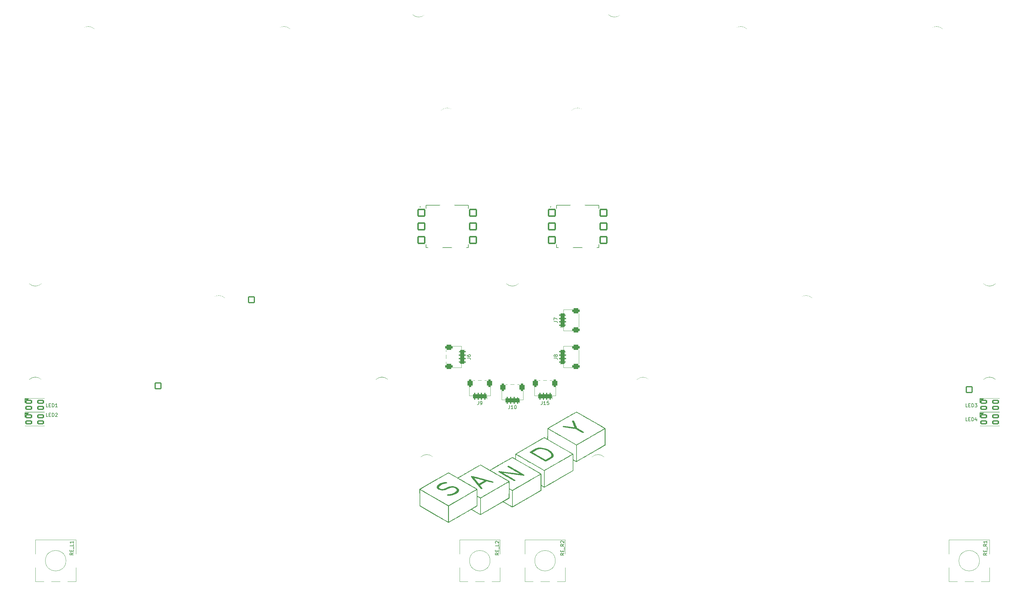
<source format=gto>
G04 #@! TF.GenerationSoftware,KiCad,Pcbnew,(6.0.10-0)*
G04 #@! TF.CreationDate,2023-02-15T16:58:23+09:00*
G04 #@! TF.ProjectId,Sandy,53616e64-792e-46b6-9963-61645f706362,v.0*
G04 #@! TF.SameCoordinates,Original*
G04 #@! TF.FileFunction,Legend,Top*
G04 #@! TF.FilePolarity,Positive*
%FSLAX46Y46*%
G04 Gerber Fmt 4.6, Leading zero omitted, Abs format (unit mm)*
G04 Created by KiCad (PCBNEW (6.0.10-0)) date 2023-02-15 16:58:23*
%MOMM*%
%LPD*%
G01*
G04 APERTURE LIST*
G04 Aperture macros list*
%AMRoundRect*
0 Rectangle with rounded corners*
0 $1 Rounding radius*
0 $2 $3 $4 $5 $6 $7 $8 $9 X,Y pos of 4 corners*
0 Add a 4 corners polygon primitive as box body*
4,1,4,$2,$3,$4,$5,$6,$7,$8,$9,$2,$3,0*
0 Add four circle primitives for the rounded corners*
1,1,$1+$1,$2,$3*
1,1,$1+$1,$4,$5*
1,1,$1+$1,$6,$7*
1,1,$1+$1,$8,$9*
0 Add four rect primitives between the rounded corners*
20,1,$1+$1,$2,$3,$4,$5,0*
20,1,$1+$1,$4,$5,$6,$7,0*
20,1,$1+$1,$6,$7,$8,$9,0*
20,1,$1+$1,$8,$9,$2,$3,0*%
G04 Aperture macros list end*
%ADD10C,0.150000*%
%ADD11C,0.120000*%
%ADD12C,0.127000*%
%ADD13C,0.200000*%
%ADD14C,1.187400*%
%ADD15C,6.496000*%
%ADD16O,5.600000X2.800000*%
%ADD17O,9.400000X7.900000*%
%ADD18O,8.781998X5.734000*%
%ADD19C,1.400000*%
%ADD20O,7.800000X5.000000*%
%ADD21C,5.200000*%
%ADD22C,2.150000*%
%ADD23C,4.387800*%
%ADD24C,3.448000*%
%ADD25RoundRect,0.200000X0.800000X0.425000X-0.800000X0.425000X-0.800000X-0.425000X0.800000X-0.425000X0*%
%ADD26O,1.900000X3.200000*%
%ADD27C,2.500000*%
%ADD28O,2.000000X2.300000*%
%ADD29O,2.000000X1.700000*%
%ADD30C,2.000000*%
%ADD31O,4.800000X1.850000*%
%ADD32RoundRect,0.200000X-1.000000X-0.950000X1.000000X-0.950000X1.000000X0.950000X-1.000000X0.950000X0*%
%ADD33RoundRect,0.350000X0.625000X-0.150000X0.625000X0.150000X-0.625000X0.150000X-0.625000X-0.150000X0*%
%ADD34O,2.100000X2.100000*%
%ADD35RoundRect,0.450000X0.650000X-0.350000X0.650000X0.350000X-0.650000X0.350000X-0.650000X-0.350000X0*%
%ADD36C,4.800000*%
%ADD37RoundRect,0.350000X0.150000X0.625000X-0.150000X0.625000X-0.150000X-0.625000X0.150000X-0.625000X0*%
%ADD38RoundRect,0.450000X0.350000X0.650000X-0.350000X0.650000X-0.350000X-0.650000X0.350000X-0.650000X0*%
%ADD39RoundRect,0.350000X-0.625000X0.150000X-0.625000X-0.150000X0.625000X-0.150000X0.625000X0.150000X0*%
%ADD40RoundRect,0.450000X-0.650000X0.350000X-0.650000X-0.350000X0.650000X-0.350000X0.650000X0.350000X0*%
%ADD41RoundRect,0.200000X-0.850000X-0.850000X0.850000X-0.850000X0.850000X0.850000X-0.850000X0.850000X0*%
%ADD42C,2.400000*%
%ADD43RoundRect,0.200000X0.850000X-0.850000X0.850000X0.850000X-0.850000X0.850000X-0.850000X-0.850000X0*%
%ADD44C,2.600000*%
%ADD45C,1.100000*%
%ADD46O,1.300000X2.800000*%
%ADD47O,1.300000X2.100000*%
G04 APERTURE END LIST*
D10*
X28321387Y-140469910D02*
X27845196Y-140469910D01*
X27845196Y-139469910D01*
X28654720Y-139946101D02*
X28988054Y-139946101D01*
X29130911Y-140469910D02*
X28654720Y-140469910D01*
X28654720Y-139469910D01*
X29130911Y-139469910D01*
X29559482Y-140469910D02*
X29559482Y-139469910D01*
X29797577Y-139469910D01*
X29940435Y-139517530D01*
X30035673Y-139612768D01*
X30083292Y-139708006D01*
X30130911Y-139898482D01*
X30130911Y-140041339D01*
X30083292Y-140231815D01*
X30035673Y-140327053D01*
X29940435Y-140422291D01*
X29797577Y-140469910D01*
X29559482Y-140469910D01*
X31083292Y-140469910D02*
X30511863Y-140469910D01*
X30797577Y-140469910D02*
X30797577Y-139469910D01*
X30702339Y-139612768D01*
X30607101Y-139708006D01*
X30511863Y-139755625D01*
X28321387Y-143263910D02*
X27845196Y-143263910D01*
X27845196Y-142263910D01*
X28654720Y-142740101D02*
X28988054Y-142740101D01*
X29130911Y-143263910D02*
X28654720Y-143263910D01*
X28654720Y-142263910D01*
X29130911Y-142263910D01*
X29559482Y-143263910D02*
X29559482Y-142263910D01*
X29797577Y-142263910D01*
X29940435Y-142311530D01*
X30035673Y-142406768D01*
X30083292Y-142502006D01*
X30130911Y-142692482D01*
X30130911Y-142835339D01*
X30083292Y-143025815D01*
X30035673Y-143121053D01*
X29940435Y-143216291D01*
X29797577Y-143263910D01*
X29559482Y-143263910D01*
X30511863Y-142359149D02*
X30559482Y-142311530D01*
X30654720Y-142263910D01*
X30892815Y-142263910D01*
X30988054Y-142311530D01*
X31035673Y-142359149D01*
X31083292Y-142454387D01*
X31083292Y-142549625D01*
X31035673Y-142692482D01*
X30464244Y-143263910D01*
X31083292Y-143263910D01*
X296799387Y-140469910D02*
X296323196Y-140469910D01*
X296323196Y-139469910D01*
X297132720Y-139946101D02*
X297466054Y-139946101D01*
X297608911Y-140469910D02*
X297132720Y-140469910D01*
X297132720Y-139469910D01*
X297608911Y-139469910D01*
X298037482Y-140469910D02*
X298037482Y-139469910D01*
X298275577Y-139469910D01*
X298418435Y-139517530D01*
X298513673Y-139612768D01*
X298561292Y-139708006D01*
X298608911Y-139898482D01*
X298608911Y-140041339D01*
X298561292Y-140231815D01*
X298513673Y-140327053D01*
X298418435Y-140422291D01*
X298275577Y-140469910D01*
X298037482Y-140469910D01*
X298942244Y-139469910D02*
X299561292Y-139469910D01*
X299227958Y-139850863D01*
X299370815Y-139850863D01*
X299466054Y-139898482D01*
X299513673Y-139946101D01*
X299561292Y-140041339D01*
X299561292Y-140279434D01*
X299513673Y-140374672D01*
X299466054Y-140422291D01*
X299370815Y-140469910D01*
X299085101Y-140469910D01*
X298989863Y-140422291D01*
X298942244Y-140374672D01*
X296799387Y-144533910D02*
X296323196Y-144533910D01*
X296323196Y-143533910D01*
X297132720Y-144010101D02*
X297466054Y-144010101D01*
X297608911Y-144533910D02*
X297132720Y-144533910D01*
X297132720Y-143533910D01*
X297608911Y-143533910D01*
X298037482Y-144533910D02*
X298037482Y-143533910D01*
X298275577Y-143533910D01*
X298418435Y-143581530D01*
X298513673Y-143676768D01*
X298561292Y-143772006D01*
X298608911Y-143962482D01*
X298608911Y-144105339D01*
X298561292Y-144295815D01*
X298513673Y-144391053D01*
X298418435Y-144486291D01*
X298275577Y-144533910D01*
X298037482Y-144533910D01*
X299466054Y-143867244D02*
X299466054Y-144533910D01*
X299227958Y-143486291D02*
X298989863Y-144200577D01*
X299608911Y-144200577D01*
X302434815Y-183173530D02*
X301958625Y-183506863D01*
X302434815Y-183744958D02*
X301434815Y-183744958D01*
X301434815Y-183364006D01*
X301482435Y-183268768D01*
X301530054Y-183221149D01*
X301625292Y-183173530D01*
X301768149Y-183173530D01*
X301863387Y-183221149D01*
X301911006Y-183268768D01*
X301958625Y-183364006D01*
X301958625Y-183744958D01*
X301911006Y-182744958D02*
X301911006Y-182411625D01*
X302434815Y-182268768D02*
X302434815Y-182744958D01*
X301434815Y-182744958D01*
X301434815Y-182268768D01*
X302530054Y-182078291D02*
X302530054Y-181316387D01*
X302434815Y-180506863D02*
X301958625Y-180840196D01*
X302434815Y-181078291D02*
X301434815Y-181078291D01*
X301434815Y-180697339D01*
X301482435Y-180602101D01*
X301530054Y-180554482D01*
X301625292Y-180506863D01*
X301768149Y-180506863D01*
X301863387Y-180554482D01*
X301911006Y-180602101D01*
X301958625Y-180697339D01*
X301958625Y-181078291D01*
X302434815Y-179554482D02*
X302434815Y-180125910D01*
X302434815Y-179840196D02*
X301434815Y-179840196D01*
X301577673Y-179935434D01*
X301672911Y-180030672D01*
X301720530Y-180125910D01*
X176074565Y-126158613D02*
X176788851Y-126158613D01*
X176931708Y-126206232D01*
X177026946Y-126301470D01*
X177074565Y-126444327D01*
X177074565Y-126539565D01*
X176503137Y-125539565D02*
X176455518Y-125634803D01*
X176407899Y-125682422D01*
X176312661Y-125730041D01*
X176265042Y-125730041D01*
X176169804Y-125682422D01*
X176122185Y-125634803D01*
X176074565Y-125539565D01*
X176074565Y-125349089D01*
X176122185Y-125253851D01*
X176169804Y-125206232D01*
X176265042Y-125158613D01*
X176312661Y-125158613D01*
X176407899Y-125206232D01*
X176455518Y-125253851D01*
X176503137Y-125349089D01*
X176503137Y-125539565D01*
X176550756Y-125634803D01*
X176598375Y-125682422D01*
X176693613Y-125730041D01*
X176884089Y-125730041D01*
X176979327Y-125682422D01*
X177026946Y-125634803D01*
X177074565Y-125539565D01*
X177074565Y-125349089D01*
X177026946Y-125253851D01*
X176979327Y-125206232D01*
X176884089Y-125158613D01*
X176693613Y-125158613D01*
X176598375Y-125206232D01*
X176550756Y-125253851D01*
X176503137Y-125349089D01*
X154075101Y-138782660D02*
X154075101Y-139496946D01*
X154027482Y-139639803D01*
X153932244Y-139735041D01*
X153789387Y-139782660D01*
X153694149Y-139782660D01*
X154598911Y-139782660D02*
X154789387Y-139782660D01*
X154884625Y-139735041D01*
X154932244Y-139687422D01*
X155027482Y-139544565D01*
X155075101Y-139354089D01*
X155075101Y-138973137D01*
X155027482Y-138877899D01*
X154979863Y-138830280D01*
X154884625Y-138782660D01*
X154694149Y-138782660D01*
X154598911Y-138830280D01*
X154551292Y-138877899D01*
X154503673Y-138973137D01*
X154503673Y-139211232D01*
X154551292Y-139306470D01*
X154598911Y-139354089D01*
X154694149Y-139401708D01*
X154884625Y-139401708D01*
X154979863Y-139354089D01*
X155027482Y-139306470D01*
X155075101Y-139211232D01*
X35734815Y-183078291D02*
X35258625Y-183411625D01*
X35734815Y-183649720D02*
X34734815Y-183649720D01*
X34734815Y-183268768D01*
X34782435Y-183173530D01*
X34830054Y-183125910D01*
X34925292Y-183078291D01*
X35068149Y-183078291D01*
X35163387Y-183125910D01*
X35211006Y-183173530D01*
X35258625Y-183268768D01*
X35258625Y-183649720D01*
X35211006Y-182649720D02*
X35211006Y-182316387D01*
X35734815Y-182173530D02*
X35734815Y-182649720D01*
X34734815Y-182649720D01*
X34734815Y-182173530D01*
X35830054Y-181983053D02*
X35830054Y-181221149D01*
X35734815Y-180506863D02*
X35734815Y-180983053D01*
X34734815Y-180983053D01*
X35734815Y-179649720D02*
X35734815Y-180221149D01*
X35734815Y-179935434D02*
X34734815Y-179935434D01*
X34877673Y-180030672D01*
X34972911Y-180125910D01*
X35020530Y-180221149D01*
X176074565Y-115442988D02*
X176788851Y-115442988D01*
X176931708Y-115490607D01*
X177026946Y-115585845D01*
X177074565Y-115728702D01*
X177074565Y-115823940D01*
X176074565Y-115062035D02*
X176074565Y-114395369D01*
X177074565Y-114823940D01*
X163123911Y-139973285D02*
X163123911Y-140687571D01*
X163076292Y-140830428D01*
X162981054Y-140925666D01*
X162838196Y-140973285D01*
X162742958Y-140973285D01*
X164123911Y-140973285D02*
X163552482Y-140973285D01*
X163838196Y-140973285D02*
X163838196Y-139973285D01*
X163742958Y-140116143D01*
X163647720Y-140211381D01*
X163552482Y-140259000D01*
X164742958Y-139973285D02*
X164838196Y-139973285D01*
X164933435Y-140020905D01*
X164981054Y-140068524D01*
X165028673Y-140163762D01*
X165076292Y-140354238D01*
X165076292Y-140592333D01*
X165028673Y-140782809D01*
X164981054Y-140878047D01*
X164933435Y-140925666D01*
X164838196Y-140973285D01*
X164742958Y-140973285D01*
X164647720Y-140925666D01*
X164600101Y-140878047D01*
X164552482Y-140782809D01*
X164504863Y-140592333D01*
X164504863Y-140354238D01*
X164552482Y-140163762D01*
X164600101Y-140068524D01*
X164647720Y-140020905D01*
X164742958Y-139973285D01*
X178990815Y-183173530D02*
X178514625Y-183506863D01*
X178990815Y-183744958D02*
X177990815Y-183744958D01*
X177990815Y-183364006D01*
X178038435Y-183268768D01*
X178086054Y-183221149D01*
X178181292Y-183173530D01*
X178324149Y-183173530D01*
X178419387Y-183221149D01*
X178467006Y-183268768D01*
X178514625Y-183364006D01*
X178514625Y-183744958D01*
X178467006Y-182744958D02*
X178467006Y-182411625D01*
X178990815Y-182268768D02*
X178990815Y-182744958D01*
X177990815Y-182744958D01*
X177990815Y-182268768D01*
X179086054Y-182078291D02*
X179086054Y-181316387D01*
X178990815Y-180506863D02*
X178514625Y-180840196D01*
X178990815Y-181078291D02*
X177990815Y-181078291D01*
X177990815Y-180697339D01*
X178038435Y-180602101D01*
X178086054Y-180554482D01*
X178181292Y-180506863D01*
X178324149Y-180506863D01*
X178419387Y-180554482D01*
X178467006Y-180602101D01*
X178514625Y-180697339D01*
X178514625Y-181078291D01*
X178086054Y-180125910D02*
X178038435Y-180078291D01*
X177990815Y-179983053D01*
X177990815Y-179744958D01*
X178038435Y-179649720D01*
X178086054Y-179602101D01*
X178181292Y-179554482D01*
X178276530Y-179554482D01*
X178419387Y-179602101D01*
X178990815Y-180173530D01*
X178990815Y-179554482D01*
X150697065Y-126158613D02*
X151411351Y-126158613D01*
X151554208Y-126206232D01*
X151649446Y-126301470D01*
X151697065Y-126444327D01*
X151697065Y-126539565D01*
X150697065Y-125253851D02*
X150697065Y-125444327D01*
X150744685Y-125539565D01*
X150792304Y-125587184D01*
X150935161Y-125682422D01*
X151125637Y-125730041D01*
X151506589Y-125730041D01*
X151601827Y-125682422D01*
X151649446Y-125634803D01*
X151697065Y-125539565D01*
X151697065Y-125349089D01*
X151649446Y-125253851D01*
X151601827Y-125206232D01*
X151506589Y-125158613D01*
X151268494Y-125158613D01*
X151173256Y-125206232D01*
X151125637Y-125253851D01*
X151078018Y-125349089D01*
X151078018Y-125539565D01*
X151125637Y-125634803D01*
X151173256Y-125682422D01*
X151268494Y-125730041D01*
X172648911Y-138782660D02*
X172648911Y-139496946D01*
X172601292Y-139639803D01*
X172506054Y-139735041D01*
X172363196Y-139782660D01*
X172267958Y-139782660D01*
X173648911Y-139782660D02*
X173077482Y-139782660D01*
X173363196Y-139782660D02*
X173363196Y-138782660D01*
X173267958Y-138925518D01*
X173172720Y-139020756D01*
X173077482Y-139068375D01*
X174553673Y-138782660D02*
X174077482Y-138782660D01*
X174029863Y-139258851D01*
X174077482Y-139211232D01*
X174172720Y-139163613D01*
X174410815Y-139163613D01*
X174506054Y-139211232D01*
X174553673Y-139258851D01*
X174601292Y-139354089D01*
X174601292Y-139592184D01*
X174553673Y-139687422D01*
X174506054Y-139735041D01*
X174410815Y-139782660D01*
X174172720Y-139782660D01*
X174077482Y-139735041D01*
X174029863Y-139687422D01*
X159940815Y-183078291D02*
X159464625Y-183411625D01*
X159940815Y-183649720D02*
X158940815Y-183649720D01*
X158940815Y-183268768D01*
X158988435Y-183173530D01*
X159036054Y-183125910D01*
X159131292Y-183078291D01*
X159274149Y-183078291D01*
X159369387Y-183125910D01*
X159417006Y-183173530D01*
X159464625Y-183268768D01*
X159464625Y-183649720D01*
X159417006Y-182649720D02*
X159417006Y-182316387D01*
X159940815Y-182173530D02*
X159940815Y-182649720D01*
X158940815Y-182649720D01*
X158940815Y-182173530D01*
X160036054Y-181983053D02*
X160036054Y-181221149D01*
X159940815Y-180506863D02*
X159940815Y-180983053D01*
X158940815Y-180983053D01*
X159036054Y-180221149D02*
X158988435Y-180173530D01*
X158940815Y-180078291D01*
X158940815Y-179840196D01*
X158988435Y-179744958D01*
X159036054Y-179697339D01*
X159131292Y-179649720D01*
X159226530Y-179649720D01*
X159369387Y-179697339D01*
X159940815Y-180268768D01*
X159940815Y-179649720D01*
D11*
X27308435Y-141781530D02*
X21608435Y-141781530D01*
X27308435Y-137881530D02*
X21508435Y-137881530D01*
G36*
X22208435Y-138431530D02*
G01*
X21808435Y-138431530D01*
X21808435Y-138881530D01*
X21508435Y-139181530D01*
X21508435Y-137881530D01*
X22808435Y-137881530D01*
X22208435Y-138431530D01*
G37*
X22208435Y-138431530D02*
X21808435Y-138431530D01*
X21808435Y-138881530D01*
X21508435Y-139181530D01*
X21508435Y-137881530D01*
X22808435Y-137881530D01*
X22208435Y-138431530D01*
X27308435Y-145981530D02*
X21608435Y-145981530D01*
X27308435Y-142081530D02*
X21508435Y-142081530D01*
G36*
X22208435Y-142631530D02*
G01*
X21808435Y-142631530D01*
X21808435Y-143081530D01*
X21508435Y-143381530D01*
X21508435Y-142081530D01*
X22808435Y-142081530D01*
X22208435Y-142631530D01*
G37*
X22208435Y-142631530D02*
X21808435Y-142631530D01*
X21808435Y-143081530D01*
X21508435Y-143381530D01*
X21508435Y-142081530D01*
X22808435Y-142081530D01*
X22208435Y-142631530D01*
X306108435Y-137881530D02*
X300308435Y-137881530D01*
X306108435Y-141781530D02*
X300408435Y-141781530D01*
G36*
X301008435Y-138431530D02*
G01*
X300608435Y-138431530D01*
X300608435Y-138881530D01*
X300308435Y-139181530D01*
X300308435Y-137881530D01*
X301608435Y-137881530D01*
X301008435Y-138431530D01*
G37*
X301008435Y-138431530D02*
X300608435Y-138431530D01*
X300608435Y-138881530D01*
X300308435Y-139181530D01*
X300308435Y-137881530D01*
X301608435Y-137881530D01*
X301008435Y-138431530D01*
X306108435Y-142081530D02*
X300308435Y-142081530D01*
X306108435Y-145981530D02*
X300408435Y-145981530D01*
G36*
X301008435Y-142631530D02*
G01*
X300608435Y-142631530D01*
X300608435Y-143081530D01*
X300308435Y-143381530D01*
X300308435Y-142081530D01*
X301608435Y-142081530D01*
X301008435Y-142631530D01*
G37*
X301008435Y-142631530D02*
X300608435Y-142631530D01*
X300608435Y-143081530D01*
X300308435Y-143381530D01*
X300308435Y-142081530D01*
X301608435Y-142081530D01*
X301008435Y-142631530D01*
X293784595Y-191456890D02*
X291384595Y-191456890D01*
X303184595Y-191456890D02*
X300784595Y-191456890D01*
X298584595Y-191456890D02*
X295984595Y-191456890D01*
X303184595Y-187356890D02*
X303184595Y-191456890D01*
X291384595Y-183356890D02*
X291384595Y-179256890D01*
X291384595Y-191456890D02*
X291384595Y-187356890D01*
X303184595Y-183356890D02*
X303184595Y-179256890D01*
X303184595Y-179256890D02*
X291384595Y-179256890D01*
X300284595Y-185356890D02*
G75*
G03*
X300284595Y-185356890I-3000000J0D01*
G01*
D12*
X138683435Y-81525280D02*
X142963435Y-81525280D01*
X151083435Y-93925280D02*
X151083435Y-92995280D01*
X146803435Y-81525280D02*
X151083435Y-81525280D01*
X150303435Y-93925280D02*
X151083435Y-93925280D01*
X138683435Y-93925280D02*
X139463435Y-93925280D01*
X151083435Y-81525280D02*
X151083435Y-82455280D01*
X138683435Y-92995280D02*
X138683435Y-93925280D01*
X138683435Y-82455280D02*
X138683435Y-81525280D01*
X143303435Y-93925280D02*
X146463435Y-93925280D01*
D13*
X137083435Y-82000280D02*
G75*
G03*
X137083435Y-82000280I-100000J0D01*
G01*
D11*
X183287185Y-127765280D02*
X183287185Y-123885280D01*
X178817185Y-128935280D02*
X178817185Y-127885280D01*
X178817185Y-127885280D02*
X177827185Y-127885280D01*
X178817185Y-122715280D02*
X178817185Y-123765280D01*
X181317185Y-122715280D02*
X178817185Y-122715280D01*
X181317185Y-128935280D02*
X178817185Y-128935280D01*
D13*
X304936560Y-132459655D02*
G75*
G03*
X301536560Y-132459655I-1700000J-1700000D01*
G01*
D11*
X156468435Y-137135280D02*
X156468435Y-138125280D01*
X157518435Y-134635280D02*
X157518435Y-137135280D01*
X157518435Y-137135280D02*
X156468435Y-137135280D01*
X156348435Y-132665280D02*
X152468435Y-132665280D01*
X151298435Y-137135280D02*
X152348435Y-137135280D01*
X151298435Y-134635280D02*
X151298435Y-137135280D01*
X31883475Y-191456890D02*
X29283475Y-191456890D01*
X24683475Y-183356890D02*
X24683475Y-179256890D01*
X36483475Y-187356890D02*
X36483475Y-191456890D01*
X36483475Y-191456890D02*
X34083475Y-191456890D01*
X36483475Y-179256890D02*
X24683475Y-179256890D01*
X27083475Y-191456890D02*
X24683475Y-191456890D01*
X36483475Y-183356890D02*
X36483475Y-179256890D01*
X24683475Y-191456890D02*
X24683475Y-187356890D01*
X33583475Y-185356890D02*
G75*
G03*
X33583475Y-185356890I-3000000J0D01*
G01*
X178817185Y-117169655D02*
X177827185Y-117169655D01*
X178817185Y-118219655D02*
X178817185Y-117169655D01*
X181317185Y-118219655D02*
X178817185Y-118219655D01*
X183287185Y-117049655D02*
X183287185Y-113169655D01*
X181317185Y-111999655D02*
X178817185Y-111999655D01*
X178817185Y-111999655D02*
X178817185Y-113049655D01*
D13*
X22934907Y-104414780D02*
G75*
G03*
X26334907Y-104414780I1700000J1700000D01*
G01*
X134849060Y-25833530D02*
G75*
G03*
X138249060Y-25833530I1700000J1700000D01*
G01*
X232308435Y-30065905D02*
G75*
G03*
X228908435Y-30065905I-1700000J-1700000D01*
G01*
X98958435Y-30065905D02*
G75*
G03*
X95558435Y-30065905I-1700000J-1700000D01*
G01*
X162233435Y-104414780D02*
G75*
G03*
X165633435Y-104414780I1700000J1700000D01*
G01*
X79908435Y-108647155D02*
G75*
G03*
X76508435Y-108647155I-1700000J-1700000D01*
G01*
X203733435Y-132506530D02*
G75*
G03*
X200333435Y-132506530I-1700000J-1700000D01*
G01*
D11*
X167043435Y-135825905D02*
X167043435Y-138325905D01*
X160823435Y-138325905D02*
X161873435Y-138325905D01*
X165873435Y-133855905D02*
X161993435Y-133855905D01*
X165993435Y-138325905D02*
X165993435Y-139315905D01*
X160823435Y-135825905D02*
X160823435Y-138325905D01*
X167043435Y-138325905D02*
X165993435Y-138325905D01*
D13*
X184683435Y-53878405D02*
G75*
G03*
X181283435Y-53878405I-1700000J-1700000D01*
G01*
D12*
X176783435Y-82455280D02*
X176783435Y-81525280D01*
X181403435Y-93925280D02*
X184563435Y-93925280D01*
X184903435Y-81525280D02*
X189183435Y-81525280D01*
X176783435Y-81525280D02*
X181063435Y-81525280D01*
X189183435Y-81525280D02*
X189183435Y-82455280D01*
X176783435Y-93925280D02*
X177563435Y-93925280D01*
X188403435Y-93925280D02*
X189183435Y-93925280D01*
X189183435Y-93925280D02*
X189183435Y-92995280D01*
X176783435Y-92995280D02*
X176783435Y-93925280D01*
D13*
X175183435Y-82000280D02*
G75*
G03*
X175183435Y-82000280I-100000J0D01*
G01*
X146583435Y-53878405D02*
G75*
G03*
X143183435Y-53878405I-1700000J-1700000D01*
G01*
D11*
X179358475Y-191456890D02*
X176958475Y-191456890D01*
X167558475Y-191456890D02*
X167558475Y-187356890D01*
X169958475Y-191456890D02*
X167558475Y-191456890D01*
X167558475Y-183356890D02*
X167558475Y-179256890D01*
X174758475Y-191456890D02*
X172158475Y-191456890D01*
X179358475Y-187356890D02*
X179358475Y-191456890D01*
X179358475Y-179256890D02*
X167558475Y-179256890D01*
X179358475Y-183356890D02*
X179358475Y-179256890D01*
X176458475Y-185356890D02*
G75*
G03*
X176458475Y-185356890I-3000000J0D01*
G01*
D13*
X191999060Y-25833530D02*
G75*
G03*
X195399060Y-25833530I1700000J1700000D01*
G01*
D11*
X149049685Y-128935280D02*
X149049685Y-127885280D01*
X146549685Y-128935280D02*
X149049685Y-128935280D01*
X146549685Y-122715280D02*
X149049685Y-122715280D01*
X149049685Y-122715280D02*
X149049685Y-123765280D01*
X149049685Y-123765280D02*
X150039685Y-123765280D01*
X144579685Y-123885280D02*
X144579685Y-127765280D01*
X170348435Y-137135280D02*
X171398435Y-137135280D01*
X175518435Y-137135280D02*
X175518435Y-138125280D01*
X170348435Y-134635280D02*
X170348435Y-137135280D01*
X176568435Y-137135280D02*
X175518435Y-137135280D01*
X175398435Y-132665280D02*
X171518435Y-132665280D01*
X176568435Y-134635280D02*
X176568435Y-137135280D01*
D13*
X140630310Y-155081530D02*
G75*
G03*
X137230310Y-155081530I-1700000J-1700000D01*
G01*
X289458435Y-30065905D02*
G75*
G03*
X286058435Y-30065905I-1700000J-1700000D01*
G01*
X251358435Y-108647155D02*
G75*
G03*
X247958435Y-108647155I-1700000J-1700000D01*
G01*
G36*
X181743906Y-144436559D02*
G01*
X181852966Y-144480504D01*
X181935271Y-144560790D01*
X181991024Y-144658587D01*
X182017854Y-144718686D01*
X182062891Y-144822413D01*
X182123085Y-144962628D01*
X182195391Y-145132189D01*
X182276759Y-145323956D01*
X182364144Y-145530789D01*
X182427051Y-145680216D01*
X182534374Y-145933722D01*
X182623502Y-146140007D01*
X182696338Y-146303088D01*
X182754785Y-146426980D01*
X182800744Y-146515701D01*
X182836118Y-146573267D01*
X182862809Y-146603695D01*
X182865260Y-146605532D01*
X182904565Y-146630218D01*
X182985845Y-146678881D01*
X183103316Y-146748138D01*
X183251196Y-146834610D01*
X183423702Y-146934914D01*
X183615051Y-147045671D01*
X183819460Y-147163498D01*
X183829643Y-147169356D01*
X184085914Y-147317504D01*
X184297637Y-147441766D01*
X184468563Y-147544645D01*
X184602447Y-147628641D01*
X184703039Y-147696256D01*
X184774094Y-147749989D01*
X184819363Y-147792343D01*
X184842598Y-147825817D01*
X184847845Y-147847963D01*
X184829988Y-147884220D01*
X184786386Y-147936546D01*
X184780298Y-147942745D01*
X184729992Y-147983040D01*
X184670121Y-148003395D01*
X184580495Y-148009783D01*
X184553267Y-148009904D01*
X184457074Y-148004592D01*
X184372262Y-147984909D01*
X184277404Y-147944436D01*
X184201149Y-147904455D01*
X184127239Y-147863349D01*
X184013816Y-147799243D01*
X183868974Y-147716759D01*
X183700804Y-147620519D01*
X183517399Y-147515147D01*
X183326851Y-147405264D01*
X183293024Y-147385712D01*
X183106768Y-147278303D01*
X182930432Y-147177140D01*
X182771188Y-147086298D01*
X182636210Y-147009852D01*
X182532669Y-146951874D01*
X182467738Y-146916441D01*
X182458311Y-146911548D01*
X182424298Y-146897621D01*
X182373271Y-146882590D01*
X182301407Y-146865828D01*
X182204888Y-146846705D01*
X182079894Y-146824593D01*
X181922603Y-146798864D01*
X181729197Y-146768889D01*
X181495854Y-146734040D01*
X181218756Y-146693689D01*
X180894081Y-146647207D01*
X180587021Y-146603702D01*
X180175629Y-146545077D01*
X179814420Y-146492460D01*
X179504034Y-146445953D01*
X179245117Y-146405657D01*
X179038309Y-146371676D01*
X178884253Y-146344111D01*
X178783593Y-146323065D01*
X178738778Y-146309587D01*
X178656775Y-146249372D01*
X178615497Y-146184280D01*
X178602692Y-146121636D01*
X178625938Y-146077305D01*
X178651717Y-146054443D01*
X178725262Y-146012376D01*
X178807123Y-145985890D01*
X178855030Y-145986026D01*
X178954252Y-145994144D01*
X179101703Y-146009862D01*
X179294299Y-146032801D01*
X179528955Y-146062580D01*
X179802587Y-146098818D01*
X180112109Y-146141136D01*
X180449417Y-146188440D01*
X180735205Y-146228537D01*
X181004740Y-146265526D01*
X181253094Y-146298785D01*
X181475337Y-146327695D01*
X181666539Y-146351635D01*
X181821770Y-146369983D01*
X181936101Y-146382120D01*
X182004602Y-146387425D01*
X182022944Y-146386540D01*
X182018164Y-146356944D01*
X181993945Y-146282811D01*
X181952605Y-146170161D01*
X181896459Y-146025014D01*
X181827824Y-145853390D01*
X181749014Y-145661307D01*
X181685837Y-145510317D01*
X181599854Y-145304554D01*
X181521215Y-145112694D01*
X181452442Y-144941175D01*
X181396056Y-144796437D01*
X181354579Y-144684918D01*
X181330531Y-144613057D01*
X181325418Y-144589866D01*
X181349049Y-144505883D01*
X181418772Y-144450188D01*
X181532828Y-144423870D01*
X181596284Y-144421873D01*
X181743906Y-144436559D01*
G37*
G36*
X168996924Y-153655552D02*
G01*
X169013289Y-153583239D01*
X169045082Y-153536673D01*
X169080574Y-153512974D01*
X169157019Y-153466165D01*
X169267476Y-153400252D01*
X169405005Y-153319243D01*
X169562666Y-153227145D01*
X169733516Y-153127966D01*
X169910617Y-153025711D01*
X170087027Y-152924390D01*
X170255806Y-152828007D01*
X170410012Y-152740572D01*
X170542706Y-152666090D01*
X170646947Y-152608570D01*
X170715794Y-152572017D01*
X170716859Y-152571479D01*
X170955406Y-152474780D01*
X171235628Y-152402310D01*
X171549377Y-152354917D01*
X171888502Y-152333451D01*
X172244854Y-152338761D01*
X172610284Y-152371695D01*
X172621138Y-152373097D01*
X173051506Y-152446075D01*
X173472784Y-152550233D01*
X173879294Y-152682727D01*
X174265358Y-152840715D01*
X174625297Y-153021355D01*
X174953435Y-153221802D01*
X175244092Y-153439216D01*
X175491590Y-153670752D01*
X175686048Y-153907556D01*
X175806125Y-154098388D01*
X175884877Y-154274970D01*
X175927638Y-154452241D01*
X175939708Y-154618050D01*
X175919342Y-154829889D01*
X175852285Y-155014340D01*
X175736251Y-155176535D01*
X175656823Y-155252902D01*
X175601467Y-155293817D01*
X175504880Y-155357799D01*
X175373697Y-155440754D01*
X175214558Y-155538587D01*
X175034100Y-155647207D01*
X174838961Y-155762518D01*
X174688987Y-155849763D01*
X174466366Y-155978184D01*
X174285688Y-156081645D01*
X174141342Y-156162901D01*
X174027718Y-156224706D01*
X173939206Y-156269813D01*
X173870197Y-156300976D01*
X173815080Y-156320948D01*
X173768246Y-156332484D01*
X173724085Y-156338338D01*
X173688907Y-156340678D01*
X173570717Y-156339897D01*
X173479324Y-156319856D01*
X173413717Y-156289907D01*
X173365025Y-156262765D01*
X173273921Y-156211053D01*
X173144665Y-156137229D01*
X172981513Y-156043751D01*
X172788726Y-155933076D01*
X172570560Y-155807662D01*
X172331274Y-155669966D01*
X172075126Y-155522447D01*
X171806374Y-155367563D01*
X171529277Y-155207770D01*
X171248092Y-155045527D01*
X170967079Y-154883292D01*
X170690494Y-154723523D01*
X170422596Y-154568676D01*
X170167644Y-154421210D01*
X169929895Y-154283583D01*
X169713608Y-154158252D01*
X169523041Y-154047676D01*
X169362452Y-153954311D01*
X169236100Y-153880616D01*
X169148242Y-153829048D01*
X169103136Y-153802066D01*
X169100120Y-153800161D01*
X169029853Y-153744676D01*
X169006245Y-153700638D01*
X169834761Y-153700638D01*
X169859732Y-153715767D01*
X169928759Y-153756286D01*
X170038217Y-153820094D01*
X170184483Y-153905091D01*
X170363932Y-154009176D01*
X170572938Y-154130249D01*
X170807878Y-154266209D01*
X171065127Y-154414955D01*
X171341060Y-154574388D01*
X171632053Y-154742406D01*
X171722891Y-154794833D01*
X172066401Y-154993007D01*
X172365493Y-155165338D01*
X172623384Y-155313551D01*
X172843291Y-155439374D01*
X173028432Y-155544531D01*
X173182023Y-155630750D01*
X173307282Y-155699755D01*
X173407425Y-155753273D01*
X173485671Y-155793030D01*
X173545236Y-155820752D01*
X173589336Y-155838164D01*
X173621191Y-155846994D01*
X173644016Y-155848966D01*
X173661028Y-155845806D01*
X173672523Y-155840792D01*
X173715781Y-155817039D01*
X173799312Y-155769953D01*
X173915736Y-155703740D01*
X174057674Y-155622607D01*
X174217747Y-155530760D01*
X174349817Y-155454748D01*
X174520774Y-155354876D01*
X174680487Y-155259040D01*
X174821205Y-155172088D01*
X174935180Y-155098872D01*
X175014659Y-155044241D01*
X175046627Y-155018709D01*
X175170172Y-154869377D01*
X175240689Y-154706605D01*
X175258255Y-154529781D01*
X175222950Y-154338294D01*
X175155356Y-154171428D01*
X175020003Y-153954493D01*
X174834602Y-153745682D01*
X174603893Y-153547862D01*
X174332615Y-153363900D01*
X174025509Y-153196662D01*
X173687311Y-153049017D01*
X173322763Y-152923829D01*
X172936602Y-152823966D01*
X172922899Y-152820996D01*
X172802653Y-152797371D01*
X172687518Y-152780635D01*
X172563876Y-152769736D01*
X172418109Y-152763623D01*
X172236602Y-152761242D01*
X172147845Y-152761100D01*
X171965131Y-152762254D01*
X171809546Y-152767193D01*
X171673042Y-152778546D01*
X171547569Y-152798936D01*
X171425081Y-152830992D01*
X171297527Y-152877339D01*
X171156860Y-152940603D01*
X170995030Y-153023409D01*
X170803990Y-153128385D01*
X170575691Y-153258157D01*
X170511385Y-153295049D01*
X170336243Y-153396187D01*
X170178296Y-153488487D01*
X170043393Y-153568442D01*
X169937382Y-153632547D01*
X169866113Y-153677294D01*
X169835435Y-153699178D01*
X169834761Y-153700638D01*
X169006245Y-153700638D01*
X169000208Y-153689376D01*
X168996924Y-153655552D01*
G37*
G36*
X162888243Y-157656906D02*
G01*
X162934082Y-157671322D01*
X162968435Y-157689001D01*
X163046246Y-157731911D01*
X163163370Y-157797666D01*
X163315659Y-157883875D01*
X163498969Y-157988150D01*
X163709152Y-158108101D01*
X163942062Y-158241340D01*
X164193553Y-158385478D01*
X164459479Y-158538126D01*
X164735693Y-158696894D01*
X165018049Y-158859394D01*
X165302401Y-159023237D01*
X165584602Y-159186033D01*
X165860507Y-159345395D01*
X166125969Y-159498932D01*
X166376842Y-159644256D01*
X166608979Y-159778978D01*
X166818234Y-159900709D01*
X167000461Y-160007060D01*
X167151514Y-160095641D01*
X167267246Y-160164065D01*
X167343512Y-160209942D01*
X167375486Y-160230354D01*
X167429102Y-160297555D01*
X167435673Y-160372870D01*
X167399539Y-160444700D01*
X167325041Y-160501447D01*
X167266019Y-160522863D01*
X167230361Y-160521291D01*
X167143831Y-160512364D01*
X167010035Y-160496563D01*
X166832577Y-160474369D01*
X166615064Y-160446262D01*
X166361101Y-160412723D01*
X166074294Y-160374232D01*
X165758247Y-160331269D01*
X165416567Y-160284316D01*
X165052858Y-160233853D01*
X164670727Y-160180360D01*
X164273779Y-160124318D01*
X164243803Y-160120067D01*
X163847146Y-160063925D01*
X163465901Y-160010214D01*
X163103587Y-159959416D01*
X162763725Y-159912015D01*
X162449836Y-159868492D01*
X162165441Y-159829331D01*
X161914061Y-159795014D01*
X161699216Y-159766023D01*
X161524427Y-159742842D01*
X161393216Y-159725953D01*
X161309102Y-159715839D01*
X161275607Y-159712982D01*
X161275180Y-159713111D01*
X161272158Y-159717878D01*
X161274055Y-159724595D01*
X161284050Y-159735153D01*
X161305320Y-159751442D01*
X161341045Y-159775351D01*
X161394403Y-159808772D01*
X161468572Y-159853594D01*
X161566732Y-159911708D01*
X161692060Y-159985004D01*
X161847736Y-160075371D01*
X162036937Y-160184700D01*
X162262843Y-160314882D01*
X162528631Y-160467807D01*
X162837481Y-160645364D01*
X162997791Y-160737501D01*
X163344477Y-160937119D01*
X163646035Y-161111641D01*
X163905347Y-161262877D01*
X164125297Y-161392635D01*
X164308769Y-161502727D01*
X164458648Y-161594961D01*
X164577816Y-161671147D01*
X164669157Y-161733094D01*
X164735556Y-161782613D01*
X164779896Y-161821513D01*
X164805061Y-161851604D01*
X164813935Y-161874694D01*
X164814042Y-161877232D01*
X164798240Y-161914108D01*
X164763097Y-161964183D01*
X164691075Y-162013718D01*
X164585065Y-162038892D01*
X164460736Y-162039082D01*
X164333756Y-162013665D01*
X164259451Y-161984223D01*
X164207203Y-161956436D01*
X164113381Y-161904322D01*
X163982136Y-161830285D01*
X163817614Y-161736730D01*
X163623964Y-161626061D01*
X163405335Y-161500682D01*
X163165876Y-161362999D01*
X162909735Y-161215414D01*
X162641060Y-161060334D01*
X162363999Y-160900162D01*
X162082702Y-160737302D01*
X161801317Y-160574159D01*
X161523992Y-160413138D01*
X161254875Y-160256642D01*
X160998116Y-160107076D01*
X160757862Y-159966845D01*
X160538262Y-159838353D01*
X160343465Y-159724005D01*
X160177618Y-159626204D01*
X160044871Y-159547355D01*
X159949372Y-159489863D01*
X159895270Y-159456132D01*
X159884844Y-159448753D01*
X159838676Y-159377069D01*
X159843583Y-159302412D01*
X159897055Y-159234370D01*
X159949550Y-159201608D01*
X160052229Y-159151430D01*
X162985777Y-159554799D01*
X163381081Y-159608988D01*
X163761011Y-159660744D01*
X164122025Y-159709603D01*
X164460579Y-159755099D01*
X164773130Y-159796767D01*
X165056134Y-159834141D01*
X165306047Y-159866758D01*
X165519328Y-159894150D01*
X165692431Y-159915854D01*
X165821815Y-159931403D01*
X165903935Y-159940333D01*
X165935248Y-159942178D01*
X165935409Y-159942084D01*
X165941117Y-159917035D01*
X165940026Y-159915917D01*
X165914860Y-159900860D01*
X165845834Y-159860606D01*
X165736809Y-159797381D01*
X165591643Y-159713414D01*
X165414195Y-159610932D01*
X165208324Y-159492164D01*
X164977890Y-159359337D01*
X164726751Y-159214679D01*
X164458767Y-159060417D01*
X164263663Y-158948168D01*
X163984446Y-158787283D01*
X163718161Y-158633314D01*
X163468831Y-158488622D01*
X163240476Y-158355564D01*
X163037118Y-158236499D01*
X162862778Y-158133787D01*
X162721479Y-158049786D01*
X162617240Y-157986856D01*
X162554085Y-157947354D01*
X162536848Y-157935252D01*
X162488969Y-157866405D01*
X162474931Y-157805379D01*
X162499788Y-157738623D01*
X162566036Y-157686751D01*
X162661187Y-157653411D01*
X162772752Y-157642247D01*
X162888243Y-157656906D01*
G37*
G36*
X163162718Y-169367443D02*
G01*
X162939309Y-169239602D01*
X162699411Y-169101414D01*
X162529968Y-169003296D01*
X162281962Y-168859653D01*
X162047951Y-168724636D01*
X161832303Y-168600728D01*
X161639382Y-168490413D01*
X161473556Y-168396175D01*
X161339190Y-168320498D01*
X161240650Y-168265866D01*
X161182301Y-168234762D01*
X161167780Y-168228318D01*
X161141085Y-168241817D01*
X161069572Y-168281374D01*
X160956012Y-168345399D01*
X160803173Y-168432298D01*
X160613825Y-168540480D01*
X160390739Y-168668353D01*
X160136683Y-168814323D01*
X159854428Y-168976800D01*
X159546744Y-169154190D01*
X159216399Y-169344902D01*
X158866165Y-169547343D01*
X158498810Y-169759921D01*
X158117105Y-169981045D01*
X157920543Y-170095005D01*
X157531868Y-170320190D01*
X157155591Y-170537768D01*
X156794528Y-170746132D01*
X156451496Y-170943672D01*
X156129312Y-171128782D01*
X155830793Y-171299852D01*
X155558755Y-171455276D01*
X155316017Y-171593445D01*
X155105394Y-171712751D01*
X154929703Y-171811586D01*
X154791761Y-171888341D01*
X154694385Y-171941410D01*
X154640393Y-171969183D01*
X154630662Y-171973066D01*
X154602398Y-171968552D01*
X154550513Y-171948564D01*
X154472100Y-171911525D01*
X154364254Y-171855859D01*
X154224067Y-171779990D01*
X154090052Y-171705395D01*
X154714269Y-171705395D01*
X154817623Y-171650890D01*
X154852387Y-171631318D01*
X154932202Y-171585597D01*
X155054518Y-171515204D01*
X155216782Y-171421616D01*
X155416443Y-171306308D01*
X155650949Y-171170758D01*
X155917749Y-171016442D01*
X156214292Y-170844836D01*
X156538026Y-170657417D01*
X156886399Y-170455661D01*
X157256861Y-170241045D01*
X157646859Y-170015046D01*
X158053843Y-169779139D01*
X158475260Y-169534802D01*
X158897466Y-169289945D01*
X160961107Y-168092993D01*
X161373031Y-168092993D01*
X162577556Y-168795119D01*
X162812593Y-168931943D01*
X163033284Y-169060066D01*
X163235060Y-169176859D01*
X163413349Y-169279693D01*
X163563583Y-169365940D01*
X163681190Y-169432972D01*
X163761601Y-169478158D01*
X163800245Y-169498871D01*
X163802878Y-169499923D01*
X163805962Y-169473490D01*
X163808744Y-169396041D01*
X163811200Y-169271597D01*
X163813304Y-169104179D01*
X163815034Y-168897809D01*
X163816365Y-168656508D01*
X163817274Y-168384298D01*
X163817735Y-168085198D01*
X163817725Y-167763231D01*
X163817220Y-167422417D01*
X163816637Y-167199792D01*
X163809600Y-164896986D01*
X163465613Y-164696298D01*
X163341969Y-164624895D01*
X163235147Y-164564588D01*
X163154143Y-164520349D01*
X163107951Y-164497152D01*
X163101254Y-164494879D01*
X163097023Y-164521358D01*
X163092795Y-164597537D01*
X163088681Y-164718079D01*
X163084794Y-164877647D01*
X163081246Y-165070902D01*
X163078148Y-165292509D01*
X163075615Y-165537128D01*
X163073756Y-165799423D01*
X163073735Y-165803381D01*
X163066588Y-167112615D01*
X162219809Y-167602804D01*
X161373031Y-168092993D01*
X160961107Y-168092993D01*
X162873955Y-166983504D01*
X162880993Y-164693106D01*
X162881824Y-164343412D01*
X162882142Y-164010017D01*
X162881971Y-163696954D01*
X162881336Y-163408260D01*
X162880260Y-163147968D01*
X162878768Y-162920114D01*
X162876885Y-162728733D01*
X162874634Y-162577859D01*
X162872040Y-162471529D01*
X162869127Y-162413777D01*
X162867234Y-162404121D01*
X162841557Y-162417815D01*
X162770696Y-162457647D01*
X162657110Y-162522201D01*
X162503258Y-162610063D01*
X162311602Y-162719817D01*
X162084602Y-162850050D01*
X161824717Y-162999346D01*
X161534407Y-163166290D01*
X161216133Y-163349469D01*
X160872355Y-163547466D01*
X160505532Y-163758867D01*
X160118125Y-163982258D01*
X159712594Y-164216223D01*
X159291400Y-164459348D01*
X158857001Y-164710218D01*
X158787390Y-164750431D01*
X154728343Y-167095326D01*
X154721306Y-169400361D01*
X154714269Y-171705395D01*
X154090052Y-171705395D01*
X154048636Y-171682342D01*
X153835053Y-171561338D01*
X153580412Y-171415404D01*
X153281808Y-171242963D01*
X153242620Y-171220261D01*
X152996121Y-171077733D01*
X152763587Y-170943881D01*
X152549424Y-170821198D01*
X152358033Y-170712180D01*
X152193819Y-170619320D01*
X152061185Y-170545111D01*
X151964536Y-170492048D01*
X151908273Y-170462625D01*
X151895556Y-170457349D01*
X151868686Y-170471002D01*
X151796973Y-170510727D01*
X151683162Y-170574944D01*
X151529997Y-170662075D01*
X151340225Y-170770542D01*
X151116590Y-170898765D01*
X150861837Y-171045167D01*
X150578712Y-171208168D01*
X150269959Y-171386190D01*
X149938325Y-171577655D01*
X149586553Y-171780984D01*
X149217390Y-171994599D01*
X148833580Y-172216920D01*
X148585494Y-172360743D01*
X148153111Y-172611208D01*
X147741919Y-172848836D01*
X147354103Y-173072386D01*
X146991849Y-173280616D01*
X146657342Y-173472286D01*
X146352766Y-173646154D01*
X146080307Y-173800978D01*
X145842149Y-173935516D01*
X145640477Y-174048528D01*
X145477478Y-174138772D01*
X145355334Y-174205006D01*
X145276233Y-174245989D01*
X145242357Y-174260479D01*
X145241940Y-174260489D01*
X145211844Y-174246566D01*
X145136634Y-174206353D01*
X145018757Y-174141252D01*
X144860664Y-174052664D01*
X144749063Y-173989603D01*
X145358137Y-173989603D01*
X145433815Y-173948670D01*
X145465502Y-173930612D01*
X145542276Y-173886396D01*
X145661617Y-173817479D01*
X145821007Y-173725321D01*
X146017926Y-173611383D01*
X146249854Y-173477122D01*
X146514272Y-173324000D01*
X146808661Y-173153474D01*
X147130501Y-172967004D01*
X147477273Y-172766050D01*
X147846457Y-172552072D01*
X148235535Y-172326527D01*
X148641985Y-172090877D01*
X149063290Y-171846580D01*
X149496930Y-171595096D01*
X149513500Y-171585485D01*
X151686536Y-170325164D01*
X152128993Y-170325164D01*
X152152171Y-170341481D01*
X152217563Y-170381955D01*
X152319634Y-170443370D01*
X152452849Y-170522514D01*
X152611672Y-170616172D01*
X152790568Y-170721131D01*
X152984002Y-170834175D01*
X153186438Y-170952092D01*
X153392341Y-171071668D01*
X153596175Y-171189688D01*
X153792405Y-171302938D01*
X153975497Y-171408204D01*
X154139913Y-171502274D01*
X154280120Y-171581931D01*
X154390581Y-171643964D01*
X154465761Y-171685157D01*
X154500125Y-171702296D01*
X154501312Y-171702590D01*
X154504460Y-171675980D01*
X154507462Y-171598363D01*
X154510281Y-171473770D01*
X154512882Y-171306231D01*
X154515228Y-171099778D01*
X154517282Y-170858440D01*
X154519009Y-170586249D01*
X154520371Y-170287236D01*
X154521334Y-169965431D01*
X154521860Y-169624865D01*
X154521951Y-169409091D01*
X154521951Y-167114067D01*
X154138192Y-166891107D01*
X154007799Y-166815872D01*
X153894476Y-166751477D01*
X153806553Y-166702576D01*
X153752362Y-166673825D01*
X153739167Y-166668146D01*
X153736145Y-166694786D01*
X153733321Y-166771193D01*
X153730756Y-166892094D01*
X153728509Y-167052218D01*
X153726641Y-167246294D01*
X153725211Y-167469049D01*
X153724280Y-167715214D01*
X153723906Y-167979515D01*
X153723901Y-168012310D01*
X153723789Y-168320191D01*
X153723346Y-168577694D01*
X153722409Y-168789481D01*
X153720816Y-168960210D01*
X153718406Y-169094542D01*
X153715017Y-169197137D01*
X153710487Y-169272656D01*
X153704655Y-169325759D01*
X153697357Y-169361105D01*
X153688434Y-169383355D01*
X153677722Y-169397169D01*
X153675743Y-169398985D01*
X153640616Y-169422910D01*
X153563948Y-169470522D01*
X153451939Y-169538123D01*
X153310789Y-169622015D01*
X153146700Y-169718500D01*
X152965870Y-169823880D01*
X152877693Y-169874949D01*
X152693989Y-169981667D01*
X152526662Y-170079897D01*
X152381405Y-170166216D01*
X152263911Y-170237200D01*
X152179871Y-170289427D01*
X152134980Y-170319474D01*
X152128993Y-170325164D01*
X151686536Y-170325164D01*
X153517509Y-169263233D01*
X153524547Y-166975007D01*
X153525403Y-166625443D01*
X153525794Y-166292150D01*
X153525739Y-165979167D01*
X153525259Y-165690537D01*
X153524375Y-165430297D01*
X153523107Y-165202490D01*
X153521476Y-165011154D01*
X153519502Y-164860331D01*
X153517206Y-164754060D01*
X153514608Y-164696383D01*
X153512928Y-164686781D01*
X153487476Y-164700305D01*
X153416818Y-164739939D01*
X153303410Y-164804270D01*
X153149711Y-164891888D01*
X152958176Y-165001383D01*
X152731264Y-165131343D01*
X152471432Y-165280357D01*
X152181136Y-165447016D01*
X151862835Y-165629907D01*
X151518985Y-165827620D01*
X151152043Y-166038745D01*
X150764468Y-166261871D01*
X150358716Y-166495585D01*
X149937244Y-166738479D01*
X149502510Y-166989141D01*
X149426861Y-167032772D01*
X145359451Y-169378763D01*
X145358137Y-173989603D01*
X144749063Y-173989603D01*
X144664804Y-173941992D01*
X144433624Y-173810638D01*
X144169575Y-173660005D01*
X143875104Y-173491494D01*
X143552662Y-173306507D01*
X143204697Y-173106447D01*
X142833657Y-172892716D01*
X142441993Y-172666716D01*
X142032152Y-172429849D01*
X141606584Y-172183517D01*
X141167738Y-171929123D01*
X140996382Y-171829689D01*
X136813500Y-169401780D01*
X136806476Y-166912365D01*
X136806062Y-166765687D01*
X136992937Y-166765687D01*
X136992946Y-166977734D01*
X136993518Y-169268688D01*
X141058872Y-171626166D01*
X141495272Y-171879176D01*
X141918871Y-172124654D01*
X142327214Y-172361182D01*
X142717847Y-172587343D01*
X143088315Y-172801719D01*
X143436163Y-173002892D01*
X143758937Y-173189446D01*
X144054182Y-173359962D01*
X144319442Y-173513023D01*
X144552265Y-173647211D01*
X144750193Y-173761109D01*
X144910774Y-173853298D01*
X145031553Y-173922362D01*
X145110073Y-173966883D01*
X145143882Y-173985444D01*
X145145023Y-173985917D01*
X145148108Y-173959422D01*
X145150891Y-173881913D01*
X145153347Y-173757412D01*
X145155452Y-173589944D01*
X145157182Y-173383532D01*
X145158512Y-173142198D01*
X145159420Y-172869966D01*
X145159881Y-172570859D01*
X145159870Y-172248900D01*
X145159363Y-171908112D01*
X145158782Y-171686554D01*
X145151745Y-169384920D01*
X141082420Y-167035850D01*
X140645722Y-166783795D01*
X140221949Y-166539268D01*
X139813552Y-166303679D01*
X139422978Y-166078439D01*
X139052679Y-165864958D01*
X138705104Y-165664647D01*
X138382703Y-165478916D01*
X138087924Y-165309176D01*
X137823219Y-165156838D01*
X137591036Y-165023311D01*
X137393825Y-164910006D01*
X137234036Y-164818334D01*
X137114119Y-164749706D01*
X137036523Y-164705531D01*
X137003698Y-164687221D01*
X137002734Y-164686781D01*
X137001159Y-164713627D01*
X136999670Y-164791473D01*
X136998285Y-164916281D01*
X136997020Y-165084013D01*
X136995894Y-165290631D01*
X136994923Y-165532097D01*
X136994125Y-165804374D01*
X136993516Y-166103423D01*
X136993114Y-166425207D01*
X136992937Y-166765687D01*
X136806062Y-166765687D01*
X136799681Y-164504039D01*
X137130497Y-164504039D01*
X137159051Y-164523030D01*
X137232100Y-164567445D01*
X137346651Y-164635562D01*
X137499712Y-164725660D01*
X137688289Y-164836017D01*
X137909389Y-164964913D01*
X138160020Y-165110626D01*
X138437190Y-165271435D01*
X138737904Y-165445619D01*
X139059170Y-165631455D01*
X139397995Y-165827224D01*
X139751387Y-166031203D01*
X140116352Y-166241672D01*
X140489898Y-166456908D01*
X140869031Y-166675191D01*
X141250759Y-166894800D01*
X141632089Y-167114013D01*
X142010028Y-167331109D01*
X142381584Y-167544366D01*
X142743762Y-167752063D01*
X143093571Y-167952480D01*
X143428018Y-168143894D01*
X143744109Y-168324584D01*
X144038852Y-168492830D01*
X144309254Y-168646909D01*
X144552322Y-168785101D01*
X144765063Y-168905685D01*
X144944484Y-169006938D01*
X145087593Y-169087139D01*
X145191396Y-169144568D01*
X145252901Y-169177503D01*
X145269598Y-169185078D01*
X145296869Y-169170283D01*
X145369326Y-169129393D01*
X145484491Y-169063832D01*
X145639887Y-168975026D01*
X145833034Y-168864397D01*
X146061456Y-168733371D01*
X146322674Y-168583372D01*
X146614210Y-168415822D01*
X146933587Y-168232148D01*
X147278325Y-168033773D01*
X147645947Y-167822121D01*
X148033975Y-167598617D01*
X148439931Y-167364685D01*
X148861337Y-167121748D01*
X149295715Y-166871232D01*
X149348715Y-166840659D01*
X149783984Y-166589488D01*
X150206205Y-166345690D01*
X150612929Y-166110689D01*
X151001704Y-165885907D01*
X151370077Y-165672766D01*
X151715597Y-165472689D01*
X152035813Y-165287098D01*
X152328273Y-165117416D01*
X152590526Y-164965065D01*
X152820119Y-164831468D01*
X153014601Y-164718048D01*
X153171521Y-164626226D01*
X153288427Y-164557426D01*
X153362868Y-164513069D01*
X153392391Y-164494579D01*
X153392802Y-164494148D01*
X153369470Y-164478836D01*
X153301392Y-164437845D01*
X153191554Y-164372895D01*
X153042940Y-164285707D01*
X152858538Y-164178005D01*
X152641332Y-164051508D01*
X152394308Y-163907939D01*
X152120452Y-163749019D01*
X151822750Y-163576469D01*
X151504187Y-163392011D01*
X151167748Y-163197368D01*
X150816420Y-162994259D01*
X150453188Y-162784406D01*
X150081038Y-162569532D01*
X149702955Y-162351358D01*
X149321926Y-162131605D01*
X148940935Y-161911994D01*
X148562969Y-161694248D01*
X148191012Y-161480087D01*
X147828052Y-161271234D01*
X147744241Y-161223040D01*
X148192965Y-161223040D01*
X148216265Y-161238808D01*
X148284249Y-161280258D01*
X148393896Y-161345626D01*
X148542184Y-161433150D01*
X148726090Y-161541066D01*
X148942591Y-161667611D01*
X149188667Y-161811023D01*
X149461294Y-161969537D01*
X149757451Y-162141392D01*
X150074115Y-162324824D01*
X150408264Y-162518070D01*
X150756875Y-162719367D01*
X150855050Y-162776001D01*
X151209453Y-162980441D01*
X151551853Y-163178036D01*
X151879072Y-163366948D01*
X152187929Y-163545338D01*
X152475248Y-163711367D01*
X152737849Y-163863197D01*
X152972552Y-163998990D01*
X153176181Y-164116906D01*
X153345555Y-164215107D01*
X153477497Y-164291755D01*
X153568827Y-164345010D01*
X153616366Y-164373035D01*
X153620705Y-164375677D01*
X153723901Y-164439801D01*
X153723901Y-166412620D01*
X154157325Y-166663886D01*
X154297225Y-166743751D01*
X154421601Y-166812415D01*
X154522358Y-166865597D01*
X154591402Y-166899017D01*
X154620090Y-166908604D01*
X154646703Y-166894358D01*
X154718499Y-166853993D01*
X154833007Y-166788929D01*
X154987758Y-166700587D01*
X155180280Y-166590386D01*
X155408104Y-166459745D01*
X155668759Y-166310086D01*
X155959775Y-166142826D01*
X156278682Y-165959388D01*
X156623009Y-165761189D01*
X156990286Y-165549651D01*
X157378043Y-165326193D01*
X157783810Y-165092235D01*
X158205116Y-164849197D01*
X158639491Y-164598498D01*
X158699776Y-164563695D01*
X159135343Y-164312145D01*
X159557856Y-164067963D01*
X159964866Y-163832571D01*
X160353925Y-163607394D01*
X160722585Y-163393852D01*
X161068398Y-163193369D01*
X161388917Y-163007366D01*
X161681692Y-162837266D01*
X161944276Y-162684492D01*
X162174222Y-162550466D01*
X162369080Y-162436610D01*
X162526402Y-162344348D01*
X162643742Y-162275100D01*
X162718650Y-162230290D01*
X162748679Y-162211341D01*
X162749162Y-162210824D01*
X162725618Y-162195750D01*
X162656824Y-162154629D01*
X162545225Y-162088878D01*
X162393265Y-161999917D01*
X162203391Y-161889162D01*
X161978047Y-161758033D01*
X161719677Y-161607948D01*
X161430728Y-161440325D01*
X161113643Y-161256581D01*
X160770868Y-161058136D01*
X160404848Y-160846407D01*
X160018028Y-160622813D01*
X159612853Y-160388772D01*
X159191767Y-160145702D01*
X158757216Y-159895022D01*
X158679203Y-159850035D01*
X157140449Y-158962754D01*
X157576689Y-158962754D01*
X157600057Y-158978031D01*
X157668144Y-159019043D01*
X157777973Y-159084058D01*
X157926568Y-159171344D01*
X158110953Y-159279169D01*
X158328151Y-159405799D01*
X158575188Y-159549504D01*
X158849087Y-159708552D01*
X159146871Y-159881209D01*
X159465566Y-160065744D01*
X159802194Y-160260425D01*
X160153780Y-160463519D01*
X160321705Y-160560440D01*
X163066588Y-162144284D01*
X163073790Y-163190608D01*
X163080993Y-164236933D01*
X163486575Y-164473308D01*
X163620144Y-164551021D01*
X163736144Y-164618263D01*
X163826670Y-164670470D01*
X163883818Y-164703082D01*
X163900167Y-164711991D01*
X163924465Y-164698722D01*
X163993972Y-164659353D01*
X164106230Y-164595298D01*
X164258782Y-164507970D01*
X164449168Y-164398783D01*
X164674930Y-164269152D01*
X164933611Y-164120489D01*
X165222753Y-163954208D01*
X165539896Y-163771724D01*
X165882584Y-163574449D01*
X166248357Y-163363797D01*
X166634758Y-163141183D01*
X167039328Y-162908019D01*
X167459610Y-162665720D01*
X167893145Y-162415699D01*
X167945454Y-162385527D01*
X168380958Y-162134251D01*
X168803768Y-161890162D01*
X169211402Y-161654700D01*
X169601380Y-161429302D01*
X169971219Y-161215407D01*
X170318440Y-161014454D01*
X170640560Y-160827881D01*
X170935100Y-160657126D01*
X171199577Y-160503628D01*
X171431512Y-160368825D01*
X171628422Y-160254156D01*
X171787827Y-160161059D01*
X171907246Y-160090972D01*
X171984198Y-160045335D01*
X172016201Y-160025584D01*
X172016851Y-160025072D01*
X172011014Y-160014856D01*
X171982919Y-159992378D01*
X171930934Y-159956675D01*
X171853424Y-159906781D01*
X171748755Y-159841733D01*
X171615291Y-159760567D01*
X171451399Y-159662319D01*
X171255445Y-159546024D01*
X171025793Y-159410718D01*
X170760810Y-159255438D01*
X170458860Y-159079218D01*
X170118311Y-158881096D01*
X169737526Y-158660106D01*
X169314873Y-158415285D01*
X168848716Y-158145668D01*
X168337421Y-157850292D01*
X167999083Y-157654982D01*
X167562876Y-157403387D01*
X167139271Y-157159347D01*
X166730747Y-156924279D01*
X166339784Y-156699597D01*
X165968858Y-156486717D01*
X165620450Y-156287053D01*
X165297036Y-156102020D01*
X165001097Y-155933034D01*
X164735109Y-155781509D01*
X164501552Y-155648861D01*
X164302905Y-155536504D01*
X164141645Y-155445854D01*
X164020251Y-155378326D01*
X163941202Y-155335335D01*
X163906976Y-155318295D01*
X163905916Y-155318060D01*
X163878081Y-155331652D01*
X163806196Y-155370789D01*
X163693651Y-155433521D01*
X163543834Y-155517896D01*
X163360133Y-155621963D01*
X163145937Y-155743770D01*
X162904635Y-155881366D01*
X162639615Y-156032800D01*
X162354266Y-156196121D01*
X162051976Y-156369376D01*
X161736135Y-156550615D01*
X161410130Y-156737887D01*
X161077350Y-156929240D01*
X160741184Y-157122723D01*
X160405020Y-157316385D01*
X160072247Y-157508274D01*
X159746254Y-157696438D01*
X159430429Y-157878927D01*
X159128161Y-158053790D01*
X158842838Y-158219074D01*
X158577848Y-158372829D01*
X158336581Y-158513103D01*
X158122426Y-158637945D01*
X157938769Y-158745404D01*
X157789002Y-158833528D01*
X157676510Y-158900367D01*
X157604685Y-158943968D01*
X157576913Y-158962380D01*
X157576689Y-158962754D01*
X157140449Y-158962754D01*
X154610203Y-157503756D01*
X151401772Y-159354694D01*
X151014697Y-159578122D01*
X150640971Y-159794090D01*
X150283345Y-160000996D01*
X149944574Y-160197236D01*
X149627409Y-160381208D01*
X149334605Y-160551308D01*
X149068915Y-160705933D01*
X148833093Y-160843480D01*
X148629890Y-160962346D01*
X148462061Y-161060928D01*
X148332359Y-161137623D01*
X148243537Y-161190827D01*
X148198349Y-161218938D01*
X148192965Y-161223040D01*
X147744241Y-161223040D01*
X147477073Y-161069409D01*
X147141061Y-160876335D01*
X146823002Y-160693732D01*
X146525881Y-160523323D01*
X146252684Y-160366829D01*
X146006397Y-160225971D01*
X145790006Y-160102471D01*
X145606495Y-159998050D01*
X145458851Y-159914430D01*
X145350060Y-159853333D01*
X145283106Y-159816479D01*
X145261125Y-159805465D01*
X145232463Y-159818441D01*
X145159509Y-159857245D01*
X145045238Y-159920158D01*
X144892624Y-160005460D01*
X144704644Y-160111432D01*
X144484270Y-160236355D01*
X144234479Y-160378510D01*
X143958246Y-160536177D01*
X143658545Y-160707638D01*
X143338352Y-160891173D01*
X143000640Y-161085064D01*
X142648386Y-161287590D01*
X142284564Y-161497033D01*
X141912149Y-161711673D01*
X141534116Y-161929792D01*
X141153440Y-162149671D01*
X140773096Y-162369589D01*
X140396058Y-162587828D01*
X140025303Y-162802669D01*
X139663804Y-163012393D01*
X139314536Y-163215280D01*
X138980476Y-163409611D01*
X138664596Y-163593667D01*
X138369874Y-163765729D01*
X138099282Y-163924077D01*
X137855797Y-164066993D01*
X137642393Y-164192758D01*
X137462046Y-164299651D01*
X137317729Y-164385955D01*
X137212419Y-164449949D01*
X137149089Y-164489915D01*
X137130497Y-164504039D01*
X136799681Y-164504039D01*
X136799452Y-164422949D01*
X141005128Y-161995602D01*
X141449652Y-161739179D01*
X141881620Y-161490270D01*
X142298598Y-161250265D01*
X142698154Y-161020555D01*
X143077855Y-160802528D01*
X143435268Y-160597576D01*
X143767960Y-160407088D01*
X144073499Y-160232453D01*
X144349451Y-160075063D01*
X144593384Y-159936306D01*
X144802865Y-159817573D01*
X144975460Y-159720254D01*
X145108738Y-159645739D01*
X145200265Y-159595418D01*
X145247608Y-159570681D01*
X145253736Y-159568254D01*
X145284999Y-159581679D01*
X145359364Y-159620286D01*
X145472366Y-159681576D01*
X145619537Y-159763051D01*
X145796411Y-159862212D01*
X145998520Y-159976559D01*
X146221398Y-160103593D01*
X146460578Y-160240816D01*
X146613914Y-160329230D01*
X146860393Y-160471334D01*
X147092842Y-160604792D01*
X147306857Y-160727113D01*
X147498034Y-160835809D01*
X147661971Y-160928387D01*
X147794264Y-161002359D01*
X147890511Y-161055234D01*
X147946309Y-161084523D01*
X147958679Y-161089744D01*
X147985366Y-161076168D01*
X148056951Y-161036599D01*
X148170694Y-160972606D01*
X148323855Y-160885759D01*
X148513694Y-160777629D01*
X148737471Y-160649784D01*
X148992445Y-160503796D01*
X149275877Y-160341233D01*
X149585026Y-160163666D01*
X149917151Y-159972664D01*
X150269514Y-159769798D01*
X150639373Y-159556637D01*
X151023988Y-159334752D01*
X151284570Y-159184300D01*
X151765214Y-158907000D01*
X152213456Y-158648994D01*
X152627979Y-158411029D01*
X153007465Y-158193848D01*
X153350597Y-157998198D01*
X153656055Y-157824822D01*
X153922524Y-157674465D01*
X154148684Y-157547874D01*
X154333219Y-157445791D01*
X154474810Y-157368963D01*
X154572139Y-157318135D01*
X154623889Y-157294050D01*
X154631942Y-157292132D01*
X154664356Y-157307949D01*
X154739916Y-157348824D01*
X154854145Y-157412223D01*
X155002564Y-157495615D01*
X155180696Y-157596468D01*
X155384064Y-157712249D01*
X155608189Y-157840426D01*
X155848594Y-157978467D01*
X156010929Y-158071974D01*
X156258211Y-158214352D01*
X156491079Y-158347979D01*
X156705203Y-158470401D01*
X156896253Y-158579163D01*
X157059899Y-158671813D01*
X157191814Y-158745896D01*
X157287666Y-158798959D01*
X157343127Y-158828549D01*
X157355540Y-158834018D01*
X157380692Y-158819912D01*
X157450753Y-158779864D01*
X157562973Y-158715460D01*
X157714601Y-158628285D01*
X157902886Y-158519923D01*
X158125078Y-158391960D01*
X158378426Y-158245981D01*
X158660180Y-158083571D01*
X158967588Y-157906315D01*
X159297901Y-157715798D01*
X159648368Y-157513605D01*
X160016238Y-157301322D01*
X160398760Y-157080533D01*
X160614740Y-156955849D01*
X161004762Y-156730893D01*
X161382136Y-156513654D01*
X161744071Y-156305716D01*
X162087779Y-156108665D01*
X162410470Y-155924085D01*
X162709356Y-155753562D01*
X162981647Y-155598681D01*
X163224553Y-155461026D01*
X163435287Y-155342183D01*
X163611057Y-155243737D01*
X163749077Y-155167273D01*
X163846555Y-155114375D01*
X163900704Y-155086630D01*
X163910940Y-155082664D01*
X163951068Y-155096043D01*
X164029363Y-155133073D01*
X164136795Y-155189091D01*
X164264333Y-155259434D01*
X164363955Y-155316575D01*
X164496941Y-155393741D01*
X164612527Y-155460180D01*
X164702721Y-155511348D01*
X164759528Y-155542703D01*
X164775470Y-155550486D01*
X164778471Y-155524178D01*
X164781689Y-155450093D01*
X164784945Y-155335492D01*
X164788059Y-155187636D01*
X164790853Y-155013783D01*
X164792938Y-154841873D01*
X164797622Y-154389953D01*
X164979156Y-154389953D01*
X164979546Y-155032137D01*
X164979937Y-155674321D01*
X168629475Y-157779522D01*
X169043607Y-158018451D01*
X169445155Y-158250198D01*
X169831489Y-158473245D01*
X170199982Y-158686069D01*
X170548005Y-158887149D01*
X170872929Y-159074967D01*
X171172126Y-159247999D01*
X171442967Y-159404727D01*
X171682824Y-159543628D01*
X171889069Y-159663183D01*
X172059072Y-159761871D01*
X172190206Y-159838170D01*
X172279842Y-159890561D01*
X172325351Y-159917522D01*
X172330385Y-159920681D01*
X172341038Y-159930110D01*
X172350112Y-159945099D01*
X172357734Y-159969828D01*
X172364032Y-160008474D01*
X172369136Y-160065214D01*
X172373171Y-160144226D01*
X172376268Y-160249688D01*
X172378554Y-160385777D01*
X172380157Y-160556671D01*
X172381205Y-160766548D01*
X172381826Y-161019584D01*
X172382149Y-161319958D01*
X172382283Y-161613097D01*
X172382810Y-163269554D01*
X172746909Y-163481482D01*
X172874291Y-163554957D01*
X172985011Y-163617558D01*
X173070337Y-163664446D01*
X173121537Y-163690784D01*
X173131805Y-163694754D01*
X173134892Y-163668115D01*
X173137675Y-163590466D01*
X173140132Y-163465833D01*
X173142237Y-163298243D01*
X173143967Y-163091723D01*
X173145297Y-162850299D01*
X173146204Y-162577999D01*
X173146663Y-162278848D01*
X173146658Y-162149366D01*
X173350484Y-162149366D01*
X173350848Y-162481002D01*
X173351810Y-162778923D01*
X173353346Y-163040144D01*
X173355434Y-163261680D01*
X173358051Y-163440543D01*
X173361173Y-163573749D01*
X173364776Y-163658312D01*
X173368839Y-163691245D01*
X173369448Y-163691564D01*
X173395549Y-163676998D01*
X173466808Y-163636254D01*
X173580763Y-163570754D01*
X173734954Y-163481922D01*
X173926921Y-163371180D01*
X174154203Y-163239949D01*
X174414339Y-163089652D01*
X174704869Y-162921712D01*
X175023332Y-162737551D01*
X175367269Y-162538591D01*
X175734218Y-162326255D01*
X176121719Y-162101964D01*
X176527312Y-161867142D01*
X176948536Y-161623210D01*
X177382930Y-161371591D01*
X177455641Y-161329468D01*
X181516991Y-158976597D01*
X181517521Y-156685643D01*
X181517486Y-156335865D01*
X181517228Y-156002355D01*
X181516763Y-155689151D01*
X181516108Y-155400292D01*
X181515278Y-155139815D01*
X181514291Y-154911758D01*
X181513163Y-154720160D01*
X181511910Y-154569058D01*
X181510550Y-154462490D01*
X181509097Y-154404493D01*
X181508186Y-154394690D01*
X181483692Y-154408217D01*
X181413986Y-154447860D01*
X181301518Y-154512207D01*
X181148737Y-154599848D01*
X180958092Y-154709373D01*
X180732033Y-154839372D01*
X180473009Y-154988434D01*
X180183468Y-155155150D01*
X179865860Y-155338108D01*
X179522635Y-155535898D01*
X179156242Y-155747111D01*
X178769129Y-155970335D01*
X178363746Y-156204161D01*
X177942543Y-156447178D01*
X177507968Y-156697976D01*
X177428500Y-156743845D01*
X173358679Y-159093000D01*
X173351642Y-161396895D01*
X173350741Y-161787002D01*
X173350484Y-162149366D01*
X173146658Y-162149366D01*
X173146651Y-161956875D01*
X173146143Y-161616104D01*
X173145564Y-161396072D01*
X173138528Y-159096046D01*
X169230835Y-156839877D01*
X168800074Y-156591185D01*
X168380530Y-156348997D01*
X167974842Y-156114837D01*
X167585652Y-155890227D01*
X167215598Y-155676689D01*
X166867321Y-155475746D01*
X166543460Y-155288920D01*
X166246655Y-155117735D01*
X165979545Y-154963712D01*
X165744771Y-154828374D01*
X165544973Y-154713245D01*
X165382789Y-154619845D01*
X165260861Y-154549698D01*
X165181827Y-154504327D01*
X165151149Y-154486831D01*
X164979156Y-154389953D01*
X164797622Y-154389953D01*
X164799610Y-154198206D01*
X165112376Y-154198206D01*
X165134171Y-154213165D01*
X165200683Y-154253874D01*
X165308941Y-154318611D01*
X165455970Y-154405652D01*
X165638797Y-154513277D01*
X165854449Y-154639763D01*
X166099952Y-154783387D01*
X166372333Y-154942428D01*
X166668619Y-155115164D01*
X166985837Y-155299872D01*
X167321012Y-155494830D01*
X167671172Y-155698316D01*
X168033343Y-155908608D01*
X168404552Y-156123983D01*
X168781826Y-156342721D01*
X169162191Y-156563097D01*
X169542674Y-156783392D01*
X169920301Y-157001881D01*
X170292099Y-157216843D01*
X170655096Y-157426556D01*
X171006316Y-157629298D01*
X171342788Y-157823346D01*
X171661538Y-158006979D01*
X171959592Y-158178474D01*
X172233977Y-158336110D01*
X172481720Y-158478163D01*
X172699847Y-158602912D01*
X172885385Y-158708635D01*
X173035361Y-158793609D01*
X173146801Y-158856113D01*
X173216732Y-158894423D01*
X173242016Y-158906842D01*
X173267712Y-158893414D01*
X173338601Y-158853862D01*
X173452223Y-158789599D01*
X173606116Y-158702037D01*
X173797820Y-158592589D01*
X174024872Y-158462667D01*
X174284814Y-158313683D01*
X174575182Y-158147050D01*
X174893517Y-157964181D01*
X175237357Y-157766488D01*
X175604242Y-157555382D01*
X175991710Y-157332277D01*
X176397300Y-157098585D01*
X176818552Y-156855719D01*
X177253004Y-156605090D01*
X177321702Y-156565445D01*
X177757763Y-156313686D01*
X178180771Y-156069260D01*
X178588279Y-155833591D01*
X178977841Y-155608101D01*
X179347011Y-155394212D01*
X179693343Y-155193346D01*
X180014390Y-155006927D01*
X180307707Y-154836377D01*
X180570847Y-154683118D01*
X180801365Y-154548573D01*
X180996813Y-154434165D01*
X181154746Y-154341315D01*
X181272718Y-154271446D01*
X181348282Y-154225982D01*
X181378992Y-154206343D01*
X181379580Y-154205694D01*
X181356038Y-154189450D01*
X181287693Y-154147625D01*
X181177535Y-154081937D01*
X181028551Y-153994105D01*
X180843730Y-153885847D01*
X180626061Y-153758881D01*
X180378533Y-153614924D01*
X180104133Y-153455695D01*
X179805850Y-153282912D01*
X179486674Y-153098293D01*
X179149591Y-152903555D01*
X178797592Y-152700418D01*
X178433664Y-152490598D01*
X178060796Y-152275814D01*
X177681977Y-152057784D01*
X177300194Y-151838227D01*
X176918437Y-151618859D01*
X176539694Y-151401399D01*
X176166954Y-151187565D01*
X175803204Y-150979076D01*
X175451435Y-150777649D01*
X175114633Y-150585001D01*
X174795788Y-150402852D01*
X174497889Y-150232920D01*
X174223923Y-150076921D01*
X173976879Y-149936575D01*
X173917745Y-149903084D01*
X174363121Y-149903084D01*
X178030023Y-152019533D01*
X181696924Y-154135983D01*
X181710684Y-154955917D01*
X181724443Y-155775851D01*
X182109708Y-156004604D01*
X182240529Y-156081705D01*
X182354916Y-156148037D01*
X182444477Y-156198818D01*
X182500817Y-156229267D01*
X182515770Y-156235908D01*
X182515795Y-156235693D01*
X182728885Y-156235693D01*
X183121030Y-156008256D01*
X183189596Y-155968502D01*
X183302850Y-155902856D01*
X183457857Y-155813019D01*
X183651684Y-155700689D01*
X183881396Y-155567568D01*
X184144059Y-155415356D01*
X184436740Y-155245752D01*
X184756504Y-155060458D01*
X185100418Y-154861173D01*
X185465546Y-154649597D01*
X185848956Y-154427432D01*
X186247712Y-154196376D01*
X186658881Y-153958131D01*
X187079529Y-153714396D01*
X187207596Y-153640191D01*
X190902016Y-151499563D01*
X190902016Y-146908419D01*
X190769678Y-146984653D01*
X190731633Y-147006599D01*
X190648512Y-147054570D01*
X190522905Y-147127071D01*
X190357399Y-147222607D01*
X190154585Y-147339684D01*
X189917050Y-147476808D01*
X189647383Y-147632483D01*
X189348173Y-147805217D01*
X189022009Y-147993513D01*
X188671480Y-148195877D01*
X188299174Y-148410816D01*
X187907680Y-148636834D01*
X187499587Y-148872438D01*
X187077484Y-149116131D01*
X186683112Y-149343817D01*
X182728885Y-151626747D01*
X182728885Y-156235693D01*
X182515795Y-156235693D01*
X182518855Y-156209456D01*
X182521637Y-156131987D01*
X182524092Y-156007524D01*
X182526196Y-155840086D01*
X182527926Y-155633696D01*
X182529258Y-155392374D01*
X182530166Y-155120141D01*
X182530627Y-154821019D01*
X182530618Y-154499028D01*
X182530114Y-154158190D01*
X182529530Y-153935192D01*
X182522493Y-151631923D01*
X178477206Y-149295718D01*
X178041415Y-149044077D01*
X177618305Y-148799822D01*
X177210350Y-148564380D01*
X176820028Y-148339178D01*
X176449814Y-148125641D01*
X176102184Y-147925198D01*
X175779614Y-147739273D01*
X175484581Y-147569294D01*
X175219561Y-147416687D01*
X174987029Y-147282879D01*
X174789461Y-147169296D01*
X174629335Y-147077365D01*
X174509125Y-147008512D01*
X174431308Y-146964163D01*
X174398360Y-146945746D01*
X174397520Y-146945338D01*
X174389755Y-146952452D01*
X174383175Y-146983104D01*
X174377698Y-147040891D01*
X174373237Y-147129412D01*
X174369711Y-147252262D01*
X174367033Y-147413041D01*
X174365121Y-147615346D01*
X174363890Y-147862774D01*
X174363256Y-148158923D01*
X174363121Y-148417123D01*
X174363121Y-149903084D01*
X173917745Y-149903084D01*
X173759746Y-149813599D01*
X173575512Y-149709712D01*
X173427166Y-149626630D01*
X173317697Y-149566074D01*
X173250092Y-149529759D01*
X173227451Y-149519235D01*
X173200591Y-149533673D01*
X173129082Y-149573923D01*
X173015927Y-149638254D01*
X172864128Y-149724933D01*
X172676687Y-149832232D01*
X172456607Y-149958418D01*
X172206888Y-150101760D01*
X171930535Y-150260528D01*
X171630548Y-150432991D01*
X171309930Y-150617417D01*
X170971683Y-150812076D01*
X170618809Y-151015236D01*
X170254311Y-151225167D01*
X169881191Y-151440138D01*
X169502450Y-151658417D01*
X169121092Y-151878274D01*
X168740118Y-152097977D01*
X168362530Y-152315797D01*
X167991331Y-152530000D01*
X167629522Y-152738858D01*
X167280107Y-152940638D01*
X166946086Y-153133610D01*
X166630463Y-153316042D01*
X166336239Y-153486205D01*
X166066417Y-153642366D01*
X165823999Y-153782794D01*
X165611987Y-153905760D01*
X165433383Y-154009531D01*
X165291189Y-154092377D01*
X165188408Y-154152567D01*
X165128042Y-154188369D01*
X165112376Y-154198206D01*
X164799610Y-154198206D01*
X164800283Y-154133260D01*
X169007418Y-151704711D01*
X169451845Y-151448269D01*
X169883597Y-151199337D01*
X170300251Y-150959305D01*
X170699382Y-150729562D01*
X171078567Y-150511496D01*
X171435381Y-150306497D01*
X171767400Y-150115953D01*
X172072201Y-149941254D01*
X172347360Y-149783787D01*
X172590452Y-149644943D01*
X172799054Y-149526110D01*
X172970741Y-149428677D01*
X173103091Y-149354032D01*
X173193678Y-149303565D01*
X173240079Y-149278664D01*
X173245835Y-149276163D01*
X173278758Y-149289362D01*
X173350888Y-149325998D01*
X173453977Y-149381631D01*
X173579777Y-149451820D01*
X173703163Y-149522359D01*
X174129210Y-149768556D01*
X174142970Y-148230329D01*
X174146619Y-147876880D01*
X174150854Y-147564434D01*
X174155621Y-147295052D01*
X174160864Y-147070795D01*
X174166529Y-146893723D01*
X174172562Y-146765897D01*
X174172889Y-146761950D01*
X174524983Y-146761950D01*
X174528661Y-146769046D01*
X174532212Y-146771938D01*
X174560172Y-146788622D01*
X174632588Y-146830999D01*
X174746462Y-146897336D01*
X174898797Y-146985897D01*
X175086596Y-147094949D01*
X175306862Y-147222757D01*
X175556598Y-147367586D01*
X175832806Y-147527702D01*
X176132490Y-147701370D01*
X176452652Y-147886857D01*
X176790295Y-148082427D01*
X177142422Y-148286346D01*
X177506036Y-148496880D01*
X177878139Y-148712293D01*
X178255734Y-148930853D01*
X178635825Y-149150823D01*
X179015413Y-149370471D01*
X179391502Y-149588060D01*
X179761095Y-149801857D01*
X180121195Y-150010128D01*
X180468803Y-150211137D01*
X180800924Y-150403151D01*
X181114560Y-150584435D01*
X181406713Y-150753254D01*
X181674387Y-150907874D01*
X181914584Y-151046561D01*
X182124308Y-151167579D01*
X182300560Y-151269195D01*
X182440345Y-151349675D01*
X182540664Y-151407282D01*
X182598520Y-151440284D01*
X182612205Y-151447837D01*
X182636410Y-151434570D01*
X182705827Y-151395206D01*
X182817997Y-151331156D01*
X182970465Y-151243835D01*
X183160771Y-151134656D01*
X183386460Y-151005033D01*
X183645073Y-150856378D01*
X183934154Y-150690106D01*
X184251245Y-150507630D01*
X184593889Y-150310363D01*
X184959628Y-150099718D01*
X185346006Y-149877109D01*
X185750565Y-149643950D01*
X186170848Y-149401654D01*
X186604397Y-149151633D01*
X186657492Y-149121009D01*
X187093049Y-148869717D01*
X187515914Y-148625613D01*
X187923606Y-148390135D01*
X188313645Y-148164724D01*
X188683548Y-147950815D01*
X189030836Y-147749848D01*
X189353026Y-147563261D01*
X189647639Y-147392491D01*
X189912193Y-147238978D01*
X190144207Y-147104159D01*
X190341200Y-146989472D01*
X190500690Y-146896356D01*
X190620198Y-146826248D01*
X190697242Y-146780587D01*
X190729341Y-146760812D01*
X190730007Y-146760292D01*
X190724236Y-146750113D01*
X190696270Y-146727709D01*
X190644472Y-146692117D01*
X190567204Y-146642370D01*
X190462831Y-146577502D01*
X190329714Y-146496548D01*
X190166217Y-146398543D01*
X189970703Y-146282521D01*
X189741534Y-146147516D01*
X189477073Y-145992563D01*
X189175684Y-145816696D01*
X188835730Y-145618949D01*
X188455572Y-145398358D01*
X188033575Y-145153957D01*
X187568101Y-144884779D01*
X187057513Y-144589860D01*
X186712239Y-144390581D01*
X186275992Y-144139011D01*
X185852338Y-143894998D01*
X185443756Y-143659956D01*
X185052724Y-143435301D01*
X184681723Y-143222446D01*
X184333231Y-143022807D01*
X184009729Y-142837799D01*
X183713695Y-142668836D01*
X183447608Y-142517334D01*
X183213949Y-142384708D01*
X183015196Y-142272371D01*
X182853829Y-142181740D01*
X182732327Y-142114230D01*
X182653169Y-142071254D01*
X182618836Y-142054228D01*
X182617763Y-142053995D01*
X182589739Y-142067703D01*
X182516548Y-142107544D01*
X182400670Y-142172101D01*
X182244585Y-142259956D01*
X182050774Y-142369693D01*
X181821715Y-142499895D01*
X181559889Y-142649144D01*
X181267776Y-142816025D01*
X180947856Y-142999120D01*
X180602608Y-143197011D01*
X180234513Y-143408283D01*
X179846050Y-143631518D01*
X179439700Y-143865300D01*
X179017941Y-144108211D01*
X178583255Y-144358834D01*
X178523849Y-144393106D01*
X178008530Y-144690447D01*
X177538834Y-144961552D01*
X177112688Y-145207656D01*
X176728023Y-145429992D01*
X176382767Y-145629794D01*
X176074851Y-145808296D01*
X175802202Y-145966733D01*
X175562751Y-146106339D01*
X175354426Y-146228347D01*
X175175157Y-146333992D01*
X175022874Y-146424507D01*
X174895505Y-146501128D01*
X174790979Y-146565087D01*
X174707227Y-146617619D01*
X174642177Y-146659958D01*
X174593758Y-146693338D01*
X174559900Y-146718993D01*
X174538532Y-146738158D01*
X174527583Y-146752065D01*
X174524983Y-146761950D01*
X174172889Y-146761950D01*
X174178909Y-146689377D01*
X174184248Y-146666415D01*
X174214172Y-146646904D01*
X174288650Y-146601942D01*
X174404734Y-146533221D01*
X174559476Y-146442437D01*
X174749929Y-146331282D01*
X174973143Y-146201451D01*
X175226172Y-146054638D01*
X175506067Y-145892536D01*
X175809880Y-145716840D01*
X176134663Y-145529242D01*
X176477468Y-145331438D01*
X176835348Y-145125121D01*
X177205353Y-144911985D01*
X177584536Y-144693723D01*
X177969950Y-144472030D01*
X178358645Y-144248599D01*
X178747674Y-144025124D01*
X179134089Y-143803300D01*
X179514942Y-143584820D01*
X179887285Y-143371377D01*
X180248170Y-143164666D01*
X180594649Y-142966381D01*
X180923774Y-142778216D01*
X181232596Y-142601864D01*
X181518168Y-142439019D01*
X181777542Y-142291375D01*
X182007770Y-142160626D01*
X182205904Y-142048466D01*
X182368995Y-141956589D01*
X182494096Y-141886688D01*
X182578259Y-141840458D01*
X182618535Y-141819592D01*
X182621543Y-141818525D01*
X182648859Y-141831998D01*
X182720886Y-141871283D01*
X182834666Y-141934683D01*
X182987241Y-142020499D01*
X183175653Y-142127034D01*
X183396943Y-142252589D01*
X183648154Y-142395465D01*
X183926328Y-142553966D01*
X184228506Y-142726391D01*
X184551732Y-142911044D01*
X184893046Y-143106227D01*
X185249491Y-143310240D01*
X185618109Y-143521386D01*
X185995941Y-143737966D01*
X186380030Y-143958283D01*
X186767418Y-144180638D01*
X187155147Y-144403333D01*
X187540259Y-144624669D01*
X187919795Y-144842950D01*
X188290798Y-145056475D01*
X188650310Y-145263548D01*
X188995372Y-145462470D01*
X189323027Y-145651543D01*
X189630317Y-145829068D01*
X189914284Y-145993348D01*
X190171969Y-146142684D01*
X190400415Y-146275378D01*
X190596664Y-146389732D01*
X190757757Y-146484047D01*
X190880737Y-146556626D01*
X190962646Y-146605771D01*
X190991453Y-146623692D01*
X191094649Y-146690162D01*
X191094649Y-151614494D01*
X190991453Y-151681821D01*
X190941493Y-151712653D01*
X190848377Y-151768264D01*
X190715055Y-151846952D01*
X190544478Y-151947012D01*
X190339596Y-152066742D01*
X190103359Y-152204439D01*
X189838718Y-152358401D01*
X189548624Y-152526924D01*
X189236026Y-152708306D01*
X188903876Y-152900843D01*
X188555123Y-153102832D01*
X188192719Y-153312572D01*
X187819612Y-153528358D01*
X187438755Y-153748489D01*
X187053097Y-153971260D01*
X186665589Y-154194969D01*
X186279181Y-154417914D01*
X185896823Y-154638391D01*
X185521467Y-154854697D01*
X185156062Y-155065130D01*
X184803559Y-155267986D01*
X184466908Y-155461563D01*
X184149060Y-155644158D01*
X183852965Y-155814068D01*
X183581574Y-155969589D01*
X183337836Y-156109020D01*
X183124703Y-156230656D01*
X182945125Y-156332796D01*
X182802052Y-156413736D01*
X182698435Y-156471774D01*
X182637224Y-156505206D01*
X182620865Y-156513110D01*
X182583932Y-156499663D01*
X182508148Y-156462675D01*
X182402031Y-156406630D01*
X182274098Y-156336011D01*
X182150987Y-156265805D01*
X181724443Y-156019039D01*
X181710684Y-157564587D01*
X181696924Y-159110135D01*
X177500283Y-161543268D01*
X177056315Y-161800498D01*
X176624765Y-162050192D01*
X176208075Y-162290951D01*
X175808683Y-162521381D01*
X175429030Y-162740083D01*
X175071556Y-162945660D01*
X174738701Y-163136717D01*
X174432906Y-163311856D01*
X174156611Y-163469680D01*
X173912255Y-163608793D01*
X173702279Y-163727797D01*
X173529123Y-163825296D01*
X173395227Y-163899893D01*
X173303032Y-163950191D01*
X173254977Y-163974793D01*
X173248603Y-163977128D01*
X173207372Y-163964002D01*
X173127993Y-163927200D01*
X173019527Y-163871344D01*
X172891034Y-163801054D01*
X172787661Y-163742043D01*
X172381756Y-163506233D01*
X172381756Y-164189454D01*
X172381288Y-164406678D01*
X172379646Y-164575155D01*
X172376471Y-164701168D01*
X172371405Y-164791001D01*
X172364089Y-164850939D01*
X172354164Y-164887267D01*
X172341273Y-164906267D01*
X172340846Y-164906626D01*
X172309060Y-164927098D01*
X172232917Y-164973059D01*
X172115359Y-165042810D01*
X171959328Y-165134652D01*
X171767763Y-165246885D01*
X171543608Y-165377812D01*
X171289803Y-165525732D01*
X171009288Y-165688946D01*
X170705006Y-165865756D01*
X170379897Y-166054463D01*
X170036903Y-166253366D01*
X169678965Y-166460768D01*
X169309023Y-166674969D01*
X168930020Y-166894270D01*
X168544896Y-167116972D01*
X168156593Y-167341375D01*
X167768052Y-167565782D01*
X167382213Y-167788491D01*
X167002019Y-168007806D01*
X166630410Y-168222026D01*
X166270328Y-168429452D01*
X165924713Y-168628385D01*
X165596507Y-168817127D01*
X165288652Y-168993978D01*
X165004087Y-169157238D01*
X164745756Y-169305210D01*
X164516598Y-169436193D01*
X164319555Y-169548489D01*
X164157568Y-169640398D01*
X164033578Y-169710222D01*
X163950527Y-169756262D01*
X163911355Y-169776818D01*
X163908704Y-169777778D01*
X163877305Y-169764304D01*
X163802824Y-169725543D01*
X163689692Y-169663987D01*
X163542342Y-169582125D01*
X163396947Y-169500308D01*
X164015992Y-169500308D01*
X164476935Y-169233573D01*
X164554099Y-169188898D01*
X164675838Y-169118387D01*
X164839108Y-169023803D01*
X165040866Y-168906909D01*
X165278069Y-168769470D01*
X165547674Y-168613248D01*
X165846638Y-168440006D01*
X166171917Y-168251509D01*
X166520469Y-168049520D01*
X166889250Y-167835802D01*
X167275218Y-167612119D01*
X167675328Y-167380234D01*
X168086539Y-167141910D01*
X168505807Y-166898911D01*
X168556621Y-166869460D01*
X172175364Y-164772082D01*
X172182401Y-162471421D01*
X172183560Y-162054614D01*
X172184296Y-161689677D01*
X172184564Y-161373441D01*
X172184325Y-161102739D01*
X172183536Y-160874403D01*
X172182156Y-160685265D01*
X172180141Y-160532158D01*
X172177451Y-160411915D01*
X172174044Y-160321367D01*
X172169877Y-160257348D01*
X172164910Y-160216689D01*
X172159099Y-160196222D01*
X172152403Y-160192781D01*
X172152275Y-160192855D01*
X172124804Y-160208786D01*
X172052147Y-160250807D01*
X171936783Y-160317487D01*
X171781188Y-160407394D01*
X171587840Y-160519098D01*
X171359218Y-160651167D01*
X171097798Y-160802170D01*
X170806059Y-160970677D01*
X170486478Y-161155256D01*
X170141532Y-161354476D01*
X169773700Y-161566906D01*
X169385460Y-161791115D01*
X168979287Y-162025672D01*
X168557662Y-162269145D01*
X168123060Y-162520104D01*
X168065552Y-162553311D01*
X164015992Y-164891673D01*
X164015992Y-169500308D01*
X163396947Y-169500308D01*
X163365207Y-169482447D01*
X163162718Y-169367443D01*
G37*
G36*
X144665596Y-162406343D02*
G01*
X144784963Y-162456011D01*
X144814638Y-162478505D01*
X144857150Y-162548587D01*
X144857928Y-162630464D01*
X144818618Y-162702052D01*
X144796674Y-162719953D01*
X144745116Y-162741161D01*
X144651923Y-162767882D01*
X144529798Y-162796865D01*
X144391442Y-162824859D01*
X144374928Y-162827893D01*
X144142873Y-162872294D01*
X143951422Y-162914694D01*
X143786458Y-162959005D01*
X143633868Y-163009144D01*
X143479534Y-163069023D01*
X143429188Y-163090151D01*
X143202967Y-163198832D01*
X142999683Y-163320766D01*
X142825756Y-163450688D01*
X142687609Y-163583330D01*
X142591660Y-163713427D01*
X142549804Y-163811373D01*
X142533226Y-163908197D01*
X142546990Y-163989064D01*
X142596613Y-164072799D01*
X142642818Y-164128754D01*
X142774208Y-164240848D01*
X142944869Y-164329370D01*
X143142870Y-164390929D01*
X143356277Y-164422136D01*
X143573158Y-164419602D01*
X143638403Y-164411561D01*
X143756446Y-164391239D01*
X143866602Y-164365850D01*
X143978280Y-164331860D01*
X144100891Y-164285736D01*
X144243842Y-164223942D01*
X144416544Y-164142945D01*
X144624155Y-164041316D01*
X144888197Y-163915738D01*
X145121723Y-163817323D01*
X145339019Y-163741265D01*
X145554371Y-163682758D01*
X145782065Y-163636996D01*
X145867238Y-163623113D01*
X146202906Y-163591733D01*
X146542754Y-163598534D01*
X146878475Y-163641327D01*
X147201766Y-163717923D01*
X147504320Y-163826131D01*
X147777834Y-163963764D01*
X148014000Y-164128631D01*
X148108846Y-164214030D01*
X148204216Y-164311731D01*
X148267641Y-164389462D01*
X148309482Y-164462456D01*
X148340100Y-164545949D01*
X148344372Y-164560342D01*
X148375377Y-164730693D01*
X148362039Y-164891945D01*
X148305550Y-165057118D01*
X148192621Y-165247808D01*
X148028802Y-165432502D01*
X147818121Y-165608819D01*
X147564605Y-165774384D01*
X147272282Y-165926816D01*
X146945182Y-166063739D01*
X146587331Y-166182775D01*
X146249289Y-166271047D01*
X146084698Y-166305702D01*
X145933472Y-166329408D01*
X145775374Y-166344468D01*
X145590166Y-166353188D01*
X145509492Y-166355296D01*
X145323367Y-166356996D01*
X145173351Y-166353360D01*
X145066065Y-166344676D01*
X145014150Y-166333817D01*
X144908808Y-166280220D01*
X144851418Y-166211855D01*
X144835277Y-166128229D01*
X144852190Y-166044653D01*
X144887467Y-166009215D01*
X144933353Y-165996877D01*
X145022269Y-165982750D01*
X145142311Y-165968406D01*
X145281575Y-165955418D01*
X145313724Y-165952891D01*
X145603291Y-165925247D01*
X145854151Y-165887316D01*
X146082283Y-165835041D01*
X146303663Y-165764362D01*
X146534270Y-165671224D01*
X146674093Y-165607414D01*
X146910807Y-165484751D01*
X147124714Y-165352125D01*
X147309978Y-165214404D01*
X147460763Y-165076454D01*
X147571232Y-164943144D01*
X147635548Y-164819341D01*
X147641113Y-164800933D01*
X147650712Y-164665135D01*
X147605997Y-164532949D01*
X147507623Y-164405249D01*
X147356247Y-164282908D01*
X147172883Y-164176922D01*
X146973182Y-164089429D01*
X146778007Y-164034031D01*
X146569412Y-164007188D01*
X146329453Y-164005359D01*
X146307542Y-164006222D01*
X146130773Y-164019334D01*
X145964795Y-164045171D01*
X145798716Y-164087119D01*
X145621648Y-164148565D01*
X145422703Y-164232895D01*
X145190990Y-164343497D01*
X145137986Y-164369957D01*
X144803769Y-164527514D01*
X144498261Y-164648400D01*
X144211505Y-164735113D01*
X143933544Y-164790152D01*
X143654421Y-164816012D01*
X143364178Y-164815191D01*
X143363013Y-164815139D01*
X143033929Y-164781014D01*
X142728668Y-164710553D01*
X142453691Y-164606021D01*
X142215464Y-164469684D01*
X142085938Y-164367385D01*
X141957138Y-164233707D01*
X141875224Y-164101824D01*
X141833943Y-163959203D01*
X141825874Y-163846160D01*
X141841161Y-163691138D01*
X141891344Y-163546237D01*
X141981484Y-163401360D01*
X142116642Y-163246411D01*
X142136656Y-163226130D01*
X142329962Y-163062116D01*
X142571573Y-162906985D01*
X142855041Y-162764032D01*
X143173917Y-162636551D01*
X143481780Y-162538913D01*
X143784982Y-162462147D01*
X144058513Y-162410346D01*
X144298824Y-162383671D01*
X144502367Y-162382283D01*
X144665596Y-162406343D01*
G37*
G36*
X152018341Y-161059407D02*
G01*
X151945683Y-160957488D01*
X151891932Y-160876116D01*
X151855151Y-160812489D01*
X151833404Y-160763806D01*
X151824754Y-160727264D01*
X151827264Y-160700061D01*
X151838997Y-160679397D01*
X151858016Y-160662468D01*
X151880733Y-160647504D01*
X151905164Y-160632641D01*
X151929817Y-160620110D01*
X151957666Y-160610575D01*
X151991684Y-160604701D01*
X152034845Y-160603151D01*
X152090122Y-160606592D01*
X152160489Y-160615686D01*
X152248920Y-160631100D01*
X152358388Y-160653496D01*
X152491867Y-160683540D01*
X152652331Y-160721897D01*
X152842753Y-160769230D01*
X153066106Y-160826204D01*
X153325365Y-160893484D01*
X153623503Y-160971734D01*
X153963494Y-161061619D01*
X154348311Y-161163803D01*
X154780927Y-161278951D01*
X155168647Y-161382238D01*
X155566030Y-161488320D01*
X155950037Y-161591240D01*
X156317139Y-161690030D01*
X156663805Y-161783722D01*
X156986506Y-161871350D01*
X157281712Y-161951945D01*
X157545894Y-162024540D01*
X157775521Y-162088168D01*
X157967064Y-162141860D01*
X158116994Y-162184650D01*
X158221780Y-162215570D01*
X158277893Y-162233652D01*
X158284470Y-162236315D01*
X158378666Y-162299590D01*
X158422515Y-162370375D01*
X158418398Y-162440412D01*
X158368699Y-162501445D01*
X158275801Y-162545216D01*
X158190835Y-162560751D01*
X158139682Y-162561761D01*
X158071878Y-162555333D01*
X157981445Y-162540200D01*
X157862408Y-162515095D01*
X157708790Y-162478751D01*
X157514615Y-162429900D01*
X157273906Y-162367276D01*
X157255609Y-162362462D01*
X156453707Y-162151363D01*
X155487829Y-162708932D01*
X155278281Y-162830419D01*
X155084376Y-162943841D01*
X154911144Y-163046182D01*
X154763613Y-163134427D01*
X154646811Y-163205557D01*
X154565767Y-163256557D01*
X154525510Y-163284411D01*
X154521951Y-163288342D01*
X154538304Y-163315615D01*
X154583927Y-163378998D01*
X154653662Y-163471660D01*
X154742354Y-163586768D01*
X154844846Y-163717491D01*
X154865774Y-163743932D01*
X154996222Y-163910753D01*
X155093278Y-164041583D01*
X155159514Y-164142094D01*
X155197497Y-164217959D01*
X155209798Y-164274853D01*
X155198987Y-164318449D01*
X155167632Y-164354420D01*
X155148764Y-164368752D01*
X155073487Y-164397368D01*
X154966704Y-164409673D01*
X154849469Y-164405691D01*
X154742835Y-164385441D01*
X154698189Y-164368305D01*
X154662193Y-164337067D01*
X154592757Y-164262369D01*
X154489863Y-164144189D01*
X154353496Y-163982508D01*
X154183639Y-163777307D01*
X153980277Y-163528566D01*
X153743392Y-163236265D01*
X153472968Y-162900385D01*
X153219045Y-162583507D01*
X152959805Y-162259309D01*
X152733030Y-161975270D01*
X152536783Y-161728589D01*
X152369128Y-161516464D01*
X152228127Y-161336093D01*
X152177749Y-161270494D01*
X152898366Y-161270494D01*
X152914966Y-161296270D01*
X152961565Y-161358759D01*
X153033397Y-161452006D01*
X153125697Y-161570059D01*
X153233697Y-161706963D01*
X153352631Y-161856764D01*
X153477732Y-162013509D01*
X153604234Y-162171243D01*
X153727371Y-162324012D01*
X153842375Y-162465862D01*
X153944480Y-162590840D01*
X154028920Y-162692992D01*
X154090929Y-162766363D01*
X154125739Y-162805000D01*
X154129733Y-162808612D01*
X154177025Y-162837032D01*
X154197811Y-162843010D01*
X154226488Y-162829721D01*
X154296800Y-162792068D01*
X154402818Y-162733377D01*
X154538611Y-162656974D01*
X154698248Y-162566183D01*
X154875799Y-162464329D01*
X154964987Y-162412867D01*
X155146934Y-162306610D01*
X155311358Y-162208507D01*
X155452745Y-162122015D01*
X155565578Y-162050592D01*
X155644340Y-161997694D01*
X155683515Y-161966779D01*
X155686532Y-161960643D01*
X155654254Y-161947611D01*
X155574979Y-161922767D01*
X155454876Y-161887734D01*
X155300114Y-161844136D01*
X155116864Y-161793598D01*
X154911297Y-161737745D01*
X154689580Y-161678199D01*
X154457886Y-161616586D01*
X154222383Y-161554529D01*
X153989242Y-161493654D01*
X153764632Y-161435583D01*
X153554724Y-161381942D01*
X153365688Y-161334353D01*
X153203692Y-161294443D01*
X153074909Y-161263834D01*
X152985506Y-161244152D01*
X152941655Y-161237019D01*
X152938727Y-161237299D01*
X152902980Y-161260518D01*
X152898366Y-161270494D01*
X152177749Y-161270494D01*
X152111843Y-161184675D01*
X152018341Y-161059407D01*
G37*
X127533435Y-132459655D02*
G75*
G03*
X124133435Y-132459655I-1700000J-1700000D01*
G01*
X26330310Y-132459655D02*
G75*
G03*
X22930310Y-132459655I-1700000J-1700000D01*
G01*
D11*
X148508475Y-191456530D02*
X148508475Y-187356530D01*
X148508475Y-183356530D02*
X148508475Y-179256530D01*
X160308475Y-183356530D02*
X160308475Y-179256530D01*
X155708475Y-191456530D02*
X153108475Y-191456530D01*
X150908475Y-191456530D02*
X148508475Y-191456530D01*
X160308475Y-191456530D02*
X157908475Y-191456530D01*
X160308475Y-179256530D02*
X148508475Y-179256530D01*
X160308475Y-187356530D02*
X160308475Y-191456530D01*
X157408475Y-185356530D02*
G75*
G03*
X157408475Y-185356530I-3000000J0D01*
G01*
D13*
X41808435Y-30065905D02*
G75*
G03*
X38408435Y-30065905I-1700000J-1700000D01*
G01*
X301536560Y-104414780D02*
G75*
G03*
X304936560Y-104414780I1700000J1700000D01*
G01*
X190636560Y-155081530D02*
G75*
G03*
X187236560Y-155081530I-1700000J-1700000D01*
G01*
%LPC*%
D14*
X18396399Y-234562740D03*
X306408435Y-189821365D03*
X251632810Y-21350240D03*
X21422649Y-184590151D03*
X21422649Y-238838990D03*
X142470935Y-99931490D03*
D15*
X46585435Y-49244280D03*
D16*
X281458435Y-127831490D03*
D14*
X13316399Y-234562740D03*
X77227185Y-21350240D03*
X132861560Y-234562740D03*
X75647185Y-194529383D03*
X306408435Y-29007615D03*
X306408435Y-240108990D03*
X21422649Y-18333990D03*
X21422649Y-185860151D03*
X186444685Y-99931490D03*
X163584685Y-197571147D03*
X121206560Y-21350240D03*
X145010935Y-99931490D03*
X134131560Y-234562740D03*
X204232810Y-21350240D03*
X17136399Y-21350240D03*
X21422649Y-204338651D03*
X17126399Y-234562740D03*
X306408435Y-203219865D03*
X306408435Y-188551365D03*
X21422649Y-206878651D03*
X205502810Y-21350240D03*
X131591560Y-234562740D03*
X135401560Y-234562740D03*
X306408435Y-107588865D03*
X306408435Y-52581990D03*
X245848435Y-194531490D03*
X21422649Y-103627651D03*
X192343435Y-234562740D03*
X247118435Y-197573254D03*
X306408435Y-50041990D03*
X122476560Y-21350240D03*
X142470935Y-96496026D03*
X13326399Y-21350240D03*
D17*
X211909602Y-185186946D03*
D14*
X248388435Y-197573254D03*
X75647185Y-197571147D03*
X194883435Y-234562740D03*
X202962810Y-21350240D03*
X80727185Y-197571147D03*
X306408435Y-48771990D03*
X183904685Y-99931490D03*
X306408435Y-186011365D03*
X80727185Y-194529383D03*
X141200935Y-99931490D03*
X21422649Y-53700776D03*
X306405210Y-17053990D03*
X21422649Y-208148651D03*
X21422649Y-187130151D03*
X306408435Y-208299865D03*
X21422649Y-108707651D03*
X21422649Y-242648990D03*
X182634685Y-99931490D03*
X21422649Y-240108990D03*
X306405210Y-14513990D03*
X306408435Y-27737615D03*
X78187185Y-197571147D03*
X306408435Y-187281365D03*
X21422649Y-106167651D03*
X21422649Y-25046401D03*
X21422649Y-15793990D03*
X250928435Y-194531490D03*
X76917185Y-197571147D03*
X164854685Y-194529383D03*
X21422649Y-188400151D03*
X21422649Y-107437651D03*
X21422649Y-237568990D03*
X21422649Y-48620776D03*
X123746560Y-21350240D03*
X306408435Y-207029865D03*
X18406399Y-21350240D03*
X78187185Y-194529383D03*
X14586399Y-234562740D03*
X21422649Y-104897651D03*
X168664685Y-197571147D03*
X130321560Y-234562740D03*
X74687185Y-21350240D03*
X310684685Y-234562740D03*
X197423435Y-234562740D03*
X309414685Y-21350240D03*
X168664685Y-194529383D03*
X79457185Y-194529383D03*
X185174685Y-99931490D03*
D16*
X281458435Y-127831490D03*
D14*
X306408435Y-51311990D03*
X306408435Y-205759865D03*
X79457185Y-197571147D03*
D17*
X149558435Y-147131490D03*
D14*
X139930935Y-96496026D03*
X306408435Y-237568990D03*
X249092810Y-21350240D03*
X78497185Y-21350240D03*
X306408435Y-106318865D03*
X14596399Y-21350240D03*
X249658435Y-197573254D03*
X21422649Y-205608651D03*
X166124685Y-197571147D03*
X21422649Y-27586401D03*
X21422649Y-28856401D03*
X306408435Y-53851990D03*
X306408435Y-103778865D03*
X306408435Y-204489865D03*
X21422649Y-17063990D03*
X246552810Y-21350240D03*
X21422649Y-14523990D03*
X250362810Y-21350240D03*
X167394685Y-194529383D03*
X166124685Y-194529383D03*
X21422649Y-52430776D03*
X183904685Y-96496026D03*
X306408435Y-105048865D03*
X79767185Y-21350240D03*
X248388435Y-194531490D03*
X306405210Y-18323990D03*
X21422649Y-13253990D03*
X21422649Y-189670151D03*
X306405210Y-15783990D03*
X306408435Y-242648990D03*
X143740935Y-99931490D03*
X21422649Y-241378990D03*
X185174685Y-96496026D03*
X76917185Y-194529383D03*
X181364685Y-96496026D03*
X249658435Y-194531490D03*
X21422649Y-51160776D03*
X21422649Y-203068651D03*
X15866399Y-21350240D03*
X306408435Y-184741365D03*
X309414685Y-234562740D03*
X143740935Y-96496026D03*
X21422649Y-49890776D03*
X247822810Y-21350240D03*
X193613435Y-234562740D03*
X311954685Y-21350240D03*
X306405210Y-13243990D03*
X21422649Y-26316401D03*
X182634685Y-96496026D03*
X181364685Y-99931490D03*
X306408435Y-30277615D03*
X15856399Y-234562740D03*
X245848435Y-197573254D03*
X119936560Y-21350240D03*
X21422649Y-30126401D03*
X206772810Y-21350240D03*
X196153435Y-234562740D03*
X163584685Y-194529383D03*
X250928435Y-197573254D03*
X201692810Y-21350240D03*
X306408435Y-108858865D03*
X310684685Y-21350240D03*
X306408435Y-25197615D03*
D18*
X281408435Y-49251780D03*
D14*
X125016560Y-21350240D03*
X186444685Y-96496026D03*
X311954685Y-234562740D03*
X139930935Y-99931490D03*
X313224685Y-21350240D03*
X313224685Y-234562740D03*
X141200935Y-96496026D03*
X314494685Y-21350240D03*
X167394685Y-197571147D03*
X145010935Y-96496026D03*
X306408435Y-238838990D03*
X164854685Y-197571147D03*
X306408435Y-26467615D03*
X75957185Y-21350240D03*
X247118435Y-194531490D03*
X314494685Y-234562740D03*
X306408435Y-241378990D03*
D19*
X281458435Y-129581490D03*
X284108435Y-129081490D03*
X280058435Y-129581490D03*
X47858435Y-129181490D03*
X48508435Y-127831490D03*
D20*
X281458435Y-127831490D03*
D21*
X46608435Y-127831490D03*
D19*
X284108435Y-126581490D03*
X46608435Y-125931490D03*
X284608435Y-127831490D03*
X284608435Y-127831490D03*
X281458435Y-129581490D03*
X280058435Y-129581490D03*
X278808435Y-126581490D03*
X46608435Y-129731490D03*
X278808435Y-129081490D03*
X45258435Y-126481490D03*
X278808435Y-129081490D03*
X282858435Y-126081490D03*
X280058435Y-126081490D03*
X282858435Y-126081490D03*
X44708435Y-127831490D03*
X278308435Y-127831490D03*
X284108435Y-129081490D03*
X282858435Y-129581490D03*
X278808435Y-126581490D03*
X284108435Y-126581490D03*
X47858435Y-126481490D03*
X280058435Y-126081490D03*
X281458435Y-126081490D03*
X278308435Y-127831490D03*
X281458435Y-126081490D03*
X282858435Y-129581490D03*
X45258435Y-129131490D03*
D22*
X245214195Y-166306810D03*
D23*
X240134195Y-166306810D03*
D22*
X235054195Y-166306810D03*
X254104275Y-166306810D03*
D23*
X259184275Y-166306810D03*
D22*
X264264275Y-166306810D03*
X64238435Y-147256690D03*
X54078435Y-147256690D03*
D23*
X59158435Y-147256690D03*
D22*
X111863435Y-166306770D03*
X101703435Y-166306770D03*
D23*
X106783435Y-166306770D03*
D22*
X102338435Y-147256690D03*
D23*
X97258435Y-147256690D03*
D22*
X92178435Y-147256690D03*
X273154515Y-185356850D03*
X283314515Y-185356850D03*
D23*
X278234515Y-185356850D03*
D22*
X102338435Y-128206610D03*
X92178435Y-128206610D03*
D23*
X97258435Y-128206610D03*
X116308435Y-147256690D03*
D22*
X111228435Y-147256690D03*
X121388435Y-147256690D03*
D23*
X297284595Y-166306810D03*
D22*
X302364595Y-166306810D03*
X292204595Y-166306810D03*
D23*
X230609155Y-128206650D03*
D22*
X225529155Y-128206650D03*
X235689155Y-128206650D03*
X235689155Y-147256730D03*
D23*
X230609155Y-147256730D03*
D22*
X225529155Y-147256730D03*
X254739235Y-147256730D03*
D23*
X249659235Y-147256730D03*
D22*
X244579235Y-147256730D03*
X25503475Y-166306890D03*
X35663475Y-166306890D03*
D23*
X30583475Y-166306890D03*
X49633475Y-166306890D03*
D22*
X54713475Y-166306890D03*
X44553475Y-166306890D03*
D23*
X221084115Y-166306770D03*
D22*
X216004115Y-166306770D03*
X226164115Y-166306770D03*
X207114035Y-166306770D03*
D23*
X202034035Y-166306770D03*
D22*
X196954035Y-166306770D03*
X254739235Y-128206650D03*
D23*
X249659235Y-128206650D03*
D22*
X244579235Y-128206650D03*
X120753435Y-166306770D03*
X130913435Y-166306770D03*
D23*
X125833435Y-166306770D03*
D22*
X83288435Y-128206610D03*
X73128435Y-128206610D03*
D23*
X78208435Y-128206610D03*
X87733435Y-166306770D03*
D22*
X92813435Y-166306770D03*
X82653435Y-166306770D03*
X73763435Y-166306770D03*
D23*
X68683435Y-166306770D03*
D22*
X63603435Y-166306770D03*
X35663475Y-185356890D03*
X25503475Y-185356890D03*
D23*
X30583475Y-185356890D03*
D22*
X89797495Y-185356890D03*
X99957495Y-185356890D03*
D23*
X94877495Y-185356890D03*
D22*
X120753875Y-185356890D03*
D24*
X137740125Y-192341890D03*
D22*
X130913875Y-185356890D03*
D23*
X137740125Y-177101890D03*
X113927625Y-177101890D03*
D24*
X113927625Y-192341890D03*
D23*
X125833875Y-185356890D03*
X190127225Y-177101890D03*
D24*
X190127225Y-192341890D03*
D22*
X196953475Y-185356890D03*
X207113475Y-185356890D03*
D23*
X202033475Y-185356890D03*
D24*
X213939725Y-192341890D03*
D23*
X213939725Y-177101890D03*
X232989725Y-185356890D03*
D22*
X227909725Y-185356890D03*
X238069725Y-185356890D03*
D25*
X26208435Y-140706530D03*
X26208435Y-138956530D03*
X22708435Y-138956530D03*
X22708435Y-140706530D03*
X26208435Y-144906530D03*
X26208435Y-143156530D03*
X22708435Y-143156530D03*
X22708435Y-144906530D03*
X305008435Y-140706530D03*
X305008435Y-138956530D03*
X301508435Y-138956530D03*
X301508435Y-140706530D03*
X305008435Y-144906530D03*
X305008435Y-143156530D03*
X301508435Y-143156530D03*
X301508435Y-144906530D03*
D23*
X292521915Y-147256730D03*
D22*
X287441915Y-147256730D03*
X297601915Y-147256730D03*
X263628475Y-147256890D03*
X273788475Y-147256890D03*
D23*
X268708475Y-147256890D03*
D22*
X149328475Y-185356530D03*
X159488475Y-185356530D03*
D23*
X154408475Y-185356530D03*
D22*
X168378475Y-185356890D03*
X178538475Y-185356890D03*
D23*
X173458475Y-185356890D03*
D22*
X42807255Y-147256730D03*
D23*
X37727255Y-147256730D03*
D22*
X32647255Y-147256730D03*
X40425975Y-147256890D03*
X30265975Y-147256890D03*
D23*
X35345975Y-147256890D03*
X49633475Y-185356890D03*
D22*
X54713475Y-185356890D03*
X44553475Y-185356890D03*
X283314515Y-166306810D03*
D23*
X278234515Y-166306810D03*
D22*
X273154515Y-166306810D03*
X73128435Y-147256690D03*
D23*
X78208435Y-147256690D03*
D22*
X83288435Y-147256690D03*
D23*
X297284595Y-185356890D03*
D22*
X302364595Y-185356890D03*
X292204595Y-185356890D03*
X76144725Y-185356890D03*
D23*
X71064725Y-185356890D03*
D22*
X65984725Y-185356890D03*
D23*
X211559075Y-147256690D03*
D22*
X206479075Y-147256690D03*
X216639075Y-147256690D03*
D23*
X192508435Y-68675280D03*
D22*
X187428435Y-68675280D03*
X197588435Y-68675280D03*
D26*
X302884595Y-185356890D03*
D27*
X297284595Y-185356890D03*
D28*
X297284595Y-189856890D03*
D26*
X291684595Y-185356890D03*
D28*
X297284595Y-180856890D03*
D29*
X299784595Y-177856890D03*
X294784595Y-177856890D03*
X297284595Y-177856890D03*
X299784595Y-192356890D03*
X294784595Y-192356890D03*
D30*
X141883435Y-90725280D03*
D31*
X141383435Y-93250280D03*
X144883435Y-82200280D03*
D30*
X147883435Y-84725280D03*
D31*
X148383435Y-93250280D03*
D32*
X137383435Y-83725280D03*
X137383435Y-87725280D03*
X137383435Y-91725280D03*
X152383435Y-83725280D03*
X152383435Y-87725280D03*
X152383435Y-91725280D03*
D22*
X226163435Y-206787780D03*
D23*
X221083435Y-206787780D03*
D22*
X216003435Y-206787780D03*
D23*
X42489685Y-166306530D03*
D22*
X47569685Y-166306530D03*
X37409685Y-166306530D03*
X139803435Y-87725280D03*
D23*
X144883435Y-87725280D03*
D22*
X149963435Y-87725280D03*
X292203435Y-206787780D03*
D23*
X297283435Y-206787780D03*
D22*
X302363435Y-206787780D03*
X261882185Y-185356530D03*
X251722185Y-185356530D03*
D23*
X256802185Y-185356530D03*
D33*
X178602185Y-127325280D03*
D34*
X180402185Y-127825280D03*
D33*
X178602185Y-126325280D03*
D34*
X182302185Y-126825280D03*
D33*
X178602185Y-125325280D03*
D34*
X182302185Y-124825280D03*
D33*
X178602185Y-124325280D03*
D34*
X180402185Y-123825280D03*
D35*
X182477185Y-128625280D03*
X182477185Y-123025280D03*
D36*
X303236560Y-134159655D03*
D22*
X159488435Y-68675280D03*
D23*
X154408435Y-68675280D03*
D22*
X149328435Y-68675280D03*
D34*
X156408435Y-135550280D03*
D37*
X155908435Y-137350280D03*
X154908435Y-137350280D03*
D34*
X155408435Y-133650280D03*
X153408435Y-133650280D03*
D37*
X153908435Y-137350280D03*
D34*
X152408435Y-135550280D03*
D37*
X152908435Y-137350280D03*
D38*
X157208435Y-133475280D03*
X151608435Y-133475280D03*
D28*
X30583475Y-180856890D03*
D26*
X36183475Y-185356890D03*
X24983475Y-185356890D03*
D28*
X30583475Y-189856890D03*
D27*
X30583475Y-185356890D03*
D29*
X33083475Y-177856890D03*
X28083475Y-177856890D03*
X30583475Y-177856890D03*
X33083475Y-192356890D03*
X28083475Y-192356890D03*
D33*
X178602185Y-116609655D03*
D34*
X180402185Y-117109655D03*
X182302185Y-116109655D03*
D33*
X178602185Y-115609655D03*
X178602185Y-114609655D03*
D34*
X182302185Y-114109655D03*
D33*
X178602185Y-113609655D03*
D34*
X180402185Y-113109655D03*
D35*
X182477185Y-112309655D03*
X182477185Y-117909655D03*
D22*
X139803435Y-206787780D03*
X149963435Y-206787780D03*
D23*
X144883435Y-206787780D03*
D22*
X197588435Y-225837780D03*
X187428435Y-225837780D03*
D23*
X192508435Y-225837780D03*
D36*
X24634907Y-102714780D03*
X136549060Y-24133530D03*
D22*
X42807185Y-49625280D03*
D23*
X37727185Y-49625280D03*
D22*
X32647185Y-49625280D03*
X73763435Y-206787780D03*
X63603435Y-206787780D03*
D23*
X68683435Y-206787780D03*
D22*
X196953435Y-206787780D03*
X207113435Y-206787780D03*
D23*
X202033435Y-206787780D03*
D36*
X230608435Y-31765905D03*
D23*
X49633435Y-206787780D03*
D22*
X44553435Y-206787780D03*
X54713435Y-206787780D03*
D23*
X290139685Y-147256730D03*
D22*
X285059685Y-147256730D03*
X295219685Y-147256730D03*
D36*
X97258435Y-31765905D03*
X163933435Y-102714780D03*
D22*
X216638435Y-49625280D03*
X206478435Y-49625280D03*
D23*
X211558435Y-49625280D03*
D22*
X178538435Y-225837780D03*
D23*
X173458435Y-225837780D03*
D22*
X168378435Y-225837780D03*
X177903435Y-206787780D03*
D23*
X182983435Y-206787780D03*
D22*
X188063435Y-206787780D03*
D36*
X78208435Y-110347155D03*
D22*
X283313435Y-206787780D03*
D23*
X278233435Y-206787780D03*
D22*
X273153435Y-206787780D03*
D36*
X202033435Y-134206530D03*
D22*
X264263435Y-206787780D03*
X254103435Y-206787780D03*
D23*
X259183435Y-206787780D03*
D37*
X165433435Y-138540905D03*
D34*
X165933435Y-136740905D03*
D37*
X164433435Y-138540905D03*
D34*
X164933435Y-134840905D03*
X162933435Y-134840905D03*
D37*
X163433435Y-138540905D03*
D34*
X161933435Y-136740905D03*
D37*
X162433435Y-138540905D03*
D38*
X166733435Y-134665905D03*
X161133435Y-134665905D03*
D22*
X169013435Y-206787780D03*
X158853435Y-206787780D03*
D23*
X163933435Y-206787780D03*
D36*
X182983435Y-55578405D03*
D22*
X92813435Y-206787780D03*
X82653435Y-206787780D03*
D23*
X87733435Y-206787780D03*
D31*
X186483435Y-93250280D03*
D30*
X185983435Y-84725280D03*
X179983435Y-90725280D03*
D31*
X182983435Y-82200280D03*
X179483435Y-93250280D03*
D32*
X175483435Y-83725280D03*
X175483435Y-87725280D03*
X175483435Y-91725280D03*
X190483435Y-83725280D03*
X190483435Y-87725280D03*
X190483435Y-91725280D03*
D22*
X121388435Y-49625280D03*
D23*
X116308435Y-49625280D03*
D22*
X111228435Y-49625280D03*
D36*
X144883435Y-55578405D03*
D22*
X120753435Y-206787780D03*
X130913435Y-206787780D03*
D23*
X125833435Y-206787780D03*
D26*
X167858475Y-185356890D03*
D28*
X173458475Y-189856890D03*
D26*
X179058475Y-185356890D03*
D28*
X173458475Y-180856890D03*
D27*
X173458475Y-185356890D03*
D29*
X175958475Y-177856890D03*
X170958475Y-177856890D03*
X173458475Y-177856890D03*
X175958475Y-192356890D03*
X170958475Y-192356890D03*
D22*
X35028475Y-166306890D03*
D24*
X52014725Y-159321890D03*
D23*
X52014725Y-174561890D03*
X40108475Y-166306890D03*
X28202225Y-174561890D03*
D22*
X45188475Y-166306890D03*
D24*
X28202225Y-159321890D03*
D36*
X193699060Y-24133530D03*
D39*
X149264685Y-124325280D03*
D34*
X147464685Y-123825280D03*
X145564685Y-124825280D03*
D39*
X149264685Y-125325280D03*
D34*
X145564685Y-126825280D03*
D39*
X149264685Y-126325280D03*
X149264685Y-127325280D03*
D34*
X147464685Y-127825280D03*
D40*
X145389685Y-123025280D03*
X145389685Y-128625280D03*
D34*
X175458435Y-135550280D03*
D37*
X174958435Y-137350280D03*
D34*
X174458435Y-133650280D03*
D37*
X173958435Y-137350280D03*
D34*
X172458435Y-133650280D03*
D37*
X172958435Y-137350280D03*
D34*
X171458435Y-135550280D03*
D37*
X171958435Y-137350280D03*
D38*
X176258435Y-133475280D03*
X170658435Y-133475280D03*
D36*
X138930310Y-156781530D03*
D23*
X30583435Y-206787780D03*
D22*
X35663435Y-206787780D03*
X25503435Y-206787780D03*
D36*
X287758435Y-31765905D03*
X249658435Y-110347155D03*
X125833435Y-134159655D03*
D22*
X177903435Y-87725280D03*
X188063435Y-87725280D03*
D23*
X182983435Y-87725280D03*
D22*
X168378435Y-68675280D03*
D23*
X173458435Y-68675280D03*
D22*
X178538435Y-68675280D03*
D36*
X24630310Y-134159655D03*
D23*
X240133435Y-206787780D03*
D22*
X245213435Y-206787780D03*
X235053435Y-206787780D03*
X130278435Y-225837780D03*
D23*
X135358435Y-225837780D03*
D22*
X140438435Y-225837780D03*
D23*
X163933435Y-87725280D03*
D22*
X158853435Y-87725280D03*
X169013435Y-87725280D03*
X297600935Y-49625280D03*
D23*
X292520935Y-49625280D03*
D22*
X287440935Y-49625280D03*
D26*
X160008475Y-185356530D03*
D28*
X154408475Y-189856530D03*
X154408475Y-180856530D03*
D27*
X154408475Y-185356530D03*
D26*
X148808475Y-185356530D03*
D29*
X156908475Y-177856530D03*
X151908475Y-177856530D03*
X154408475Y-177856530D03*
X156908475Y-192356530D03*
X151908475Y-192356530D03*
D23*
X154408435Y-225837780D03*
D22*
X159488435Y-225837780D03*
X149328435Y-225837780D03*
X140438435Y-68700320D03*
X130278435Y-68700320D03*
D23*
X135358435Y-68700320D03*
X106783435Y-206787780D03*
D22*
X101703435Y-206787780D03*
X111863435Y-206787780D03*
D36*
X40108435Y-31765905D03*
D22*
X273788435Y-49625280D03*
D23*
X268708435Y-49625280D03*
D22*
X263628435Y-49625280D03*
X64238435Y-49625280D03*
X54078435Y-49625280D03*
D23*
X59158435Y-49625280D03*
D22*
X30265935Y-49625280D03*
D23*
X35345935Y-49625280D03*
D22*
X40425935Y-49625280D03*
D36*
X303236560Y-102714780D03*
X188936560Y-156781530D03*
D41*
X87733435Y-109156530D03*
D34*
X87733435Y-106616530D03*
D42*
X106783435Y-182975280D03*
X163914685Y-182975280D03*
X268708435Y-182975280D03*
X40108435Y-192500280D03*
X49633435Y-155590905D03*
X287758435Y-171069030D03*
X287758435Y-174640905D03*
D43*
X60492810Y-134244030D03*
D34*
X60492810Y-131704030D03*
X57952810Y-134244030D03*
X57952810Y-131704030D03*
X55412810Y-134244030D03*
X55412810Y-131704030D03*
D44*
X116308435Y-104181490D03*
X211558435Y-104181490D03*
X105258435Y-189781490D03*
D42*
X221083435Y-182975280D03*
X163933435Y-115109655D03*
X287758435Y-182975280D03*
X82970935Y-182975280D03*
X82970935Y-179641530D03*
D44*
X245158435Y-189781490D03*
D42*
X154408435Y-115109655D03*
X154408435Y-111537780D03*
X59158435Y-155581530D03*
D45*
X36608435Y-105571490D03*
X37458435Y-105571490D03*
X38308435Y-105571490D03*
X39158435Y-105571490D03*
X40008435Y-105571490D03*
X40858435Y-105571490D03*
X41708435Y-105571490D03*
X42558435Y-105571490D03*
X42558435Y-104221490D03*
X41708435Y-104221490D03*
X40858435Y-104221490D03*
X40008435Y-104221490D03*
X39158435Y-104221490D03*
X38308435Y-104221490D03*
X37458435Y-104221490D03*
X36608435Y-104221490D03*
D46*
X43908435Y-104591490D03*
D47*
X35258435Y-101211490D03*
D46*
X35258435Y-104591490D03*
D47*
X43908435Y-101211490D03*
D42*
X144883435Y-182975280D03*
X163933435Y-111537780D03*
D43*
X297320935Y-135350280D03*
D34*
X294780935Y-135350280D03*
X292240935Y-135350280D03*
D42*
X82970935Y-188928405D03*
D34*
X156408435Y-210159655D03*
X155408435Y-212059655D03*
X153408435Y-212059655D03*
X152408435Y-210159655D03*
D42*
X40108435Y-200844030D03*
D36*
X193699060Y-200346030D03*
X303236560Y-55587780D03*
X125833435Y-55578405D03*
D42*
X78208435Y-200844030D03*
D36*
X202033435Y-55625280D03*
D34*
X128014685Y-45244030D03*
X129914685Y-46244030D03*
X129914685Y-48244030D03*
X128014685Y-49244030D03*
D42*
X222274060Y-24622155D03*
X287758435Y-200844030D03*
X40108435Y-212740905D03*
D36*
X230608435Y-207978405D03*
X24630310Y-24133530D03*
D42*
X230608435Y-200834655D03*
X97258435Y-200844030D03*
D36*
X144883435Y-231790905D03*
D34*
X175458435Y-210159655D03*
X174458435Y-212059655D03*
X172458435Y-212059655D03*
X171458435Y-210159655D03*
D36*
X97258435Y-207978405D03*
D42*
X200842810Y-24622155D03*
X225845935Y-24622155D03*
X155599060Y-216312780D03*
X59158435Y-200834655D03*
X182983435Y-24622155D03*
X25820935Y-41290905D03*
D36*
X249658435Y-31765905D03*
X188936560Y-78200280D03*
D42*
X173458435Y-200787780D03*
X102020935Y-24622155D03*
D36*
X40108435Y-207978405D03*
D34*
X137539685Y-213122155D03*
X139439685Y-214122155D03*
X139439685Y-216122155D03*
X137539685Y-217122155D03*
D36*
X136549060Y-200346030D03*
D34*
X199852185Y-38528405D03*
X197952185Y-37528405D03*
X197952185Y-35528405D03*
X199852185Y-34528405D03*
D42*
X186555310Y-24622155D03*
D36*
X78208435Y-31765905D03*
D42*
X204414685Y-24622155D03*
D36*
X182983435Y-231790905D03*
X24630310Y-55587780D03*
X163933435Y-24133530D03*
D42*
X218702185Y-24622155D03*
X154408435Y-200844030D03*
X109164685Y-24622155D03*
D36*
X303236560Y-24133530D03*
D42*
X152027185Y-216312780D03*
D36*
X138930310Y-78200280D03*
D34*
X199852185Y-49244030D03*
X197952185Y-48244030D03*
X197952185Y-46244030D03*
X199852185Y-45244030D03*
D42*
X105592810Y-24622155D03*
X268708435Y-200834655D03*
D36*
X287758435Y-207978405D03*
D42*
X25820935Y-37719030D03*
M02*

</source>
